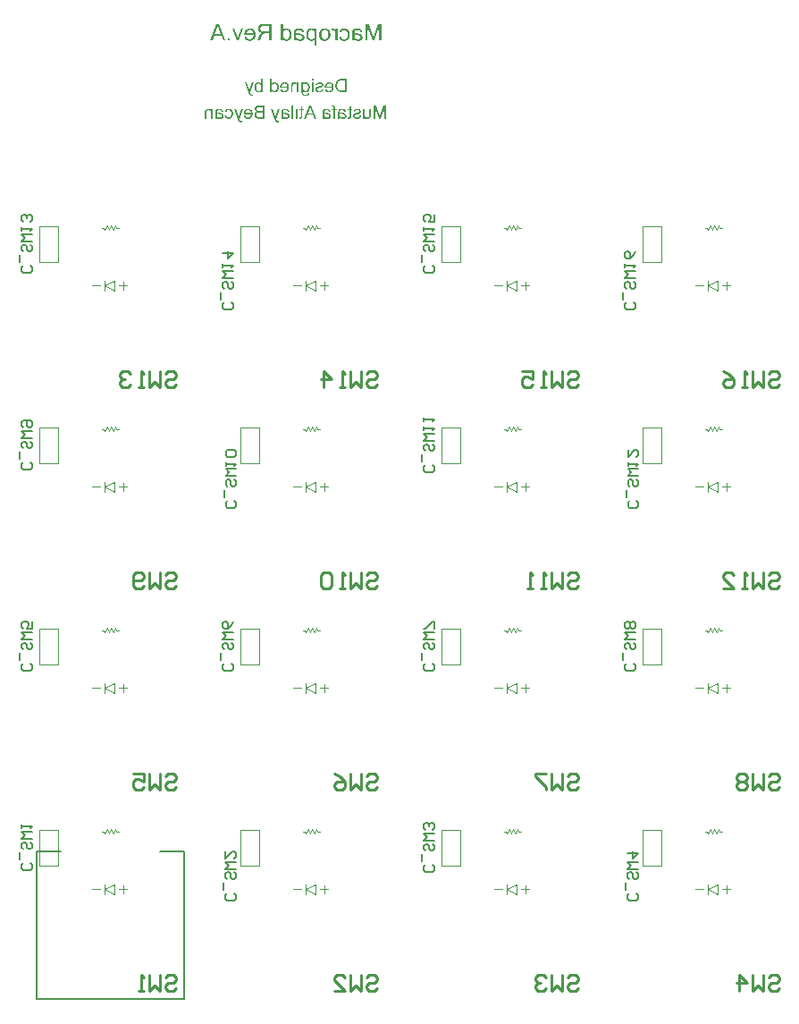
<source format=gbo>
G04*
G04 #@! TF.GenerationSoftware,Altium Limited,Altium Designer,22.5.1 (42)*
G04*
G04 Layer_Color=32896*
%FSLAX25Y25*%
%MOIN*%
G70*
G04*
G04 #@! TF.SameCoordinates,A209DC94-0A87-40FC-B198-68C7A1A1665B*
G04*
G04*
G04 #@! TF.FilePolarity,Positive*
G04*
G01*
G75*
%ADD10C,0.00394*%
%ADD11C,0.00787*%
%ADD12C,0.00591*%
%ADD13C,0.01000*%
G36*
X129860Y371637D02*
X130017Y371631D01*
X130168Y371610D01*
X130304Y371583D01*
X130434Y371555D01*
X130557Y371515D01*
X130673Y371474D01*
X130775Y371426D01*
X130871Y371378D01*
X130967Y371323D01*
X131049Y371269D01*
X131124Y371207D01*
X131254Y371077D01*
X131356Y370954D01*
X131445Y370825D01*
X131513Y370695D01*
X131561Y370579D01*
X131595Y370476D01*
X131616Y370388D01*
X131629Y370319D01*
Y370292D01*
X131636Y370271D01*
Y370265D01*
Y370258D01*
X130837D01*
X130816Y370394D01*
X130782Y370511D01*
X130721Y370613D01*
X130652Y370702D01*
X130564Y370777D01*
X130475Y370838D01*
X130373Y370886D01*
X130277Y370927D01*
X130175Y370961D01*
X130079Y370982D01*
X129983Y371002D01*
X129901Y371009D01*
X129833Y371016D01*
X129785Y371023D01*
X129737D01*
X129560Y371016D01*
X129403Y371002D01*
X129280Y370975D01*
X129170Y370954D01*
X129095Y370927D01*
X129034Y370900D01*
X129007Y370886D01*
X128993Y370879D01*
X128911Y370825D01*
X128849Y370763D01*
X128802Y370702D01*
X128768Y370647D01*
X128740Y370592D01*
X128726Y370551D01*
X128713Y370524D01*
Y370517D01*
X128692Y370422D01*
X128679Y370312D01*
X128672Y370196D01*
X128665Y370087D01*
X128658Y369978D01*
Y369930D01*
Y369896D01*
Y369862D01*
Y369834D01*
Y369821D01*
Y369814D01*
X129048D01*
X129293Y369807D01*
X129526Y369793D01*
X129744Y369773D01*
X129942Y369745D01*
X130133Y369711D01*
X130304Y369670D01*
X130468Y369623D01*
X130618Y369568D01*
X130755Y369507D01*
X130885Y369445D01*
X130994Y369384D01*
X131103Y369315D01*
X131199Y369247D01*
X131281Y369172D01*
X131356Y369097D01*
X131424Y369028D01*
X131486Y368953D01*
X131541Y368878D01*
X131581Y368803D01*
X131622Y368735D01*
X131684Y368605D01*
X131725Y368482D01*
X131745Y368379D01*
X131752Y368339D01*
X131759Y368304D01*
X131766Y368277D01*
Y368257D01*
Y368243D01*
Y368236D01*
X131759Y368134D01*
X131745Y368031D01*
X131725Y367936D01*
X131697Y367847D01*
X131629Y367690D01*
X131547Y367553D01*
X131513Y367498D01*
X131472Y367444D01*
X131438Y367403D01*
X131404Y367369D01*
X131377Y367335D01*
X131356Y367314D01*
X131342Y367307D01*
X131335Y367300D01*
X131254Y367239D01*
X131165Y367184D01*
X131069Y367137D01*
X130980Y367095D01*
X130796Y367034D01*
X130618Y366993D01*
X130536Y366973D01*
X130461Y366966D01*
X130400Y366959D01*
X130338Y366952D01*
X130291Y366945D01*
X130229D01*
X130052Y366952D01*
X129888Y366973D01*
X129724Y367000D01*
X129580Y367034D01*
X129437Y367075D01*
X129307Y367123D01*
X129191Y367171D01*
X129082Y367225D01*
X128986Y367280D01*
X128904Y367328D01*
X128829Y367375D01*
X128768Y367417D01*
X128720Y367451D01*
X128685Y367485D01*
X128665Y367498D01*
X128658Y367505D01*
Y367048D01*
X127859D01*
Y369957D01*
X127866Y370135D01*
X127880Y370306D01*
X127907Y370456D01*
X127934Y370592D01*
X127968Y370715D01*
X128009Y370825D01*
X128057Y370920D01*
X128098Y371009D01*
X128146Y371077D01*
X128194Y371139D01*
X128235Y371194D01*
X128269Y371234D01*
X128296Y371262D01*
X128323Y371289D01*
X128337Y371296D01*
X128344Y371303D01*
X128440Y371364D01*
X128542Y371419D01*
X128651Y371460D01*
X128761Y371501D01*
X128986Y371562D01*
X129198Y371603D01*
X129300Y371617D01*
X129389Y371624D01*
X129478Y371637D01*
X129546D01*
X129608Y371644D01*
X129690D01*
X129860Y371637D01*
D02*
G37*
G36*
X108134D02*
X108291Y371631D01*
X108441Y371610D01*
X108578Y371583D01*
X108708Y371555D01*
X108831Y371515D01*
X108947Y371474D01*
X109049Y371426D01*
X109145Y371378D01*
X109240Y371323D01*
X109323Y371269D01*
X109398Y371207D01*
X109527Y371077D01*
X109630Y370954D01*
X109719Y370825D01*
X109787Y370695D01*
X109835Y370579D01*
X109869Y370476D01*
X109889Y370388D01*
X109903Y370319D01*
Y370292D01*
X109910Y370271D01*
Y370265D01*
Y370258D01*
X109111D01*
X109090Y370394D01*
X109056Y370511D01*
X108995Y370613D01*
X108926Y370702D01*
X108837Y370777D01*
X108749Y370838D01*
X108646Y370886D01*
X108551Y370927D01*
X108448Y370961D01*
X108353Y370982D01*
X108257Y371002D01*
X108175Y371009D01*
X108107Y371016D01*
X108059Y371023D01*
X108011D01*
X107834Y371016D01*
X107676Y371002D01*
X107554Y370975D01*
X107444Y370954D01*
X107369Y370927D01*
X107308Y370900D01*
X107280Y370886D01*
X107267Y370879D01*
X107185Y370825D01*
X107123Y370763D01*
X107075Y370702D01*
X107041Y370647D01*
X107014Y370592D01*
X107000Y370551D01*
X106987Y370524D01*
Y370517D01*
X106966Y370422D01*
X106952Y370312D01*
X106946Y370196D01*
X106939Y370087D01*
X106932Y369978D01*
Y369930D01*
Y369896D01*
Y369862D01*
Y369834D01*
Y369821D01*
Y369814D01*
X107321D01*
X107567Y369807D01*
X107799Y369793D01*
X108018Y369773D01*
X108216Y369745D01*
X108407Y369711D01*
X108578Y369670D01*
X108742Y369623D01*
X108892Y369568D01*
X109029Y369507D01*
X109159Y369445D01*
X109268Y369384D01*
X109377Y369315D01*
X109473Y369247D01*
X109555Y369172D01*
X109630Y369097D01*
X109698Y369028D01*
X109760Y368953D01*
X109814Y368878D01*
X109855Y368803D01*
X109896Y368735D01*
X109958Y368605D01*
X109999Y368482D01*
X110019Y368379D01*
X110026Y368339D01*
X110033Y368304D01*
X110040Y368277D01*
Y368257D01*
Y368243D01*
Y368236D01*
X110033Y368134D01*
X110019Y368031D01*
X109999Y367936D01*
X109971Y367847D01*
X109903Y367690D01*
X109821Y367553D01*
X109787Y367498D01*
X109746Y367444D01*
X109712Y367403D01*
X109678Y367369D01*
X109650Y367335D01*
X109630Y367314D01*
X109616Y367307D01*
X109609Y367300D01*
X109527Y367239D01*
X109439Y367184D01*
X109343Y367137D01*
X109254Y367095D01*
X109070Y367034D01*
X108892Y366993D01*
X108810Y366973D01*
X108735Y366966D01*
X108674Y366959D01*
X108612Y366952D01*
X108564Y366945D01*
X108503D01*
X108325Y366952D01*
X108161Y366973D01*
X107997Y367000D01*
X107854Y367034D01*
X107711Y367075D01*
X107581Y367123D01*
X107465Y367171D01*
X107355Y367225D01*
X107260Y367280D01*
X107178Y367328D01*
X107103Y367375D01*
X107041Y367417D01*
X106993Y367451D01*
X106959Y367485D01*
X106939Y367498D01*
X106932Y367505D01*
Y367048D01*
X106133D01*
Y369957D01*
X106140Y370135D01*
X106153Y370306D01*
X106181Y370456D01*
X106208Y370592D01*
X106242Y370715D01*
X106283Y370825D01*
X106331Y370920D01*
X106372Y371009D01*
X106420Y371077D01*
X106467Y371139D01*
X106509Y371194D01*
X106543Y371234D01*
X106570Y371262D01*
X106597Y371289D01*
X106611Y371296D01*
X106618Y371303D01*
X106713Y371364D01*
X106816Y371419D01*
X106925Y371460D01*
X107034Y371501D01*
X107260Y371562D01*
X107472Y371603D01*
X107574Y371617D01*
X107663Y371624D01*
X107752Y371637D01*
X107820D01*
X107881Y371644D01*
X107963D01*
X108134Y371637D01*
D02*
G37*
G36*
X138644Y367048D02*
X137858D01*
Y372334D01*
X136089Y367048D01*
X135352D01*
X133576Y372334D01*
Y367048D01*
X132797D01*
Y373263D01*
X134033D01*
X135720Y368079D01*
X137407Y373263D01*
X138644D01*
Y367048D01*
D02*
G37*
G36*
X85486D02*
X84769D01*
X83068Y371542D01*
X83935D01*
X85124Y368024D01*
X86319Y371542D01*
X87186D01*
X85486Y367048D01*
D02*
G37*
G36*
X125031Y371637D02*
X125195Y371617D01*
X125353Y371590D01*
X125496Y371549D01*
X125633Y371501D01*
X125762Y371453D01*
X125878Y371392D01*
X125981Y371337D01*
X126076Y371282D01*
X126158Y371228D01*
X126227Y371173D01*
X126281Y371125D01*
X126329Y371084D01*
X126363Y371057D01*
X126384Y371036D01*
X126391Y371030D01*
X126493Y370907D01*
X126582Y370777D01*
X126657Y370640D01*
X126725Y370497D01*
X126780Y370353D01*
X126821Y370210D01*
X126862Y370067D01*
X126889Y369930D01*
X126917Y369800D01*
X126937Y369684D01*
X126944Y369575D01*
X126957Y369479D01*
Y369404D01*
X126964Y369343D01*
Y369308D01*
Y369295D01*
X126957Y369090D01*
X126937Y368899D01*
X126910Y368721D01*
X126876Y368550D01*
X126828Y368393D01*
X126780Y368257D01*
X126732Y368127D01*
X126678Y368011D01*
X126623Y367901D01*
X126575Y367813D01*
X126520Y367738D01*
X126479Y367676D01*
X126445Y367621D01*
X126418Y367587D01*
X126398Y367567D01*
X126391Y367560D01*
X126275Y367451D01*
X126158Y367355D01*
X126035Y367273D01*
X125906Y367205D01*
X125776Y367143D01*
X125646Y367095D01*
X125523Y367055D01*
X125407Y367020D01*
X125291Y367000D01*
X125189Y366979D01*
X125093Y366966D01*
X125011Y366952D01*
X124943D01*
X124895Y366945D01*
X124854D01*
X124717Y366952D01*
X124588Y366959D01*
X124465Y366979D01*
X124348Y367000D01*
X124239Y367034D01*
X124144Y367061D01*
X124048Y367095D01*
X123959Y367130D01*
X123884Y367164D01*
X123816Y367198D01*
X123761Y367232D01*
X123713Y367259D01*
X123672Y367280D01*
X123645Y367300D01*
X123631Y367307D01*
X123625Y367314D01*
X123536Y367389D01*
X123454Y367464D01*
X123385Y367553D01*
X123324Y367635D01*
X123269Y367724D01*
X123222Y367813D01*
X123146Y367990D01*
X123112Y368072D01*
X123092Y368147D01*
X123071Y368209D01*
X123058Y368270D01*
X123051Y368318D01*
X123044Y368359D01*
X123037Y368379D01*
Y368386D01*
X123863D01*
X123877Y368250D01*
X123918Y368127D01*
X123966Y368018D01*
X124021Y367936D01*
X124075Y367867D01*
X124116Y367819D01*
X124150Y367785D01*
X124164Y367778D01*
X124273Y367710D01*
X124389Y367656D01*
X124505Y367621D01*
X124615Y367594D01*
X124710Y367580D01*
X124786Y367574D01*
X124813Y367567D01*
X124854D01*
X124956Y367574D01*
X125059Y367587D01*
X125154Y367608D01*
X125243Y367635D01*
X125400Y367703D01*
X125530Y367785D01*
X125592Y367819D01*
X125639Y367861D01*
X125680Y367895D01*
X125721Y367929D01*
X125749Y367956D01*
X125769Y367977D01*
X125776Y367990D01*
X125783Y367997D01*
X125844Y368086D01*
X125899Y368181D01*
X125947Y368277D01*
X125988Y368386D01*
X126049Y368598D01*
X126090Y368810D01*
X126111Y368905D01*
X126117Y369001D01*
X126124Y369083D01*
X126131Y369151D01*
X126138Y369213D01*
Y369254D01*
Y369288D01*
Y369295D01*
X126131Y369452D01*
X126124Y369595D01*
X126104Y369732D01*
X126083Y369862D01*
X126056Y369978D01*
X126029Y370080D01*
X125995Y370176D01*
X125960Y370265D01*
X125926Y370340D01*
X125892Y370401D01*
X125865Y370463D01*
X125837Y370504D01*
X125817Y370538D01*
X125796Y370565D01*
X125790Y370579D01*
X125783Y370586D01*
X125715Y370661D01*
X125639Y370729D01*
X125564Y370791D01*
X125489Y370838D01*
X125407Y370879D01*
X125332Y370914D01*
X125182Y370968D01*
X125052Y371002D01*
X124997Y371009D01*
X124950Y371016D01*
X124908Y371023D01*
X124854D01*
X124710Y371016D01*
X124574Y370989D01*
X124458Y370954D01*
X124355Y370920D01*
X124273Y370879D01*
X124212Y370845D01*
X124178Y370818D01*
X124164Y370811D01*
X124068Y370722D01*
X123993Y370627D01*
X123945Y370524D01*
X123905Y370422D01*
X123884Y370333D01*
X123870Y370265D01*
X123863Y370237D01*
Y370217D01*
Y370203D01*
Y370196D01*
X123037D01*
X123058Y370326D01*
X123085Y370442D01*
X123126Y370558D01*
X123167Y370661D01*
X123215Y370756D01*
X123263Y370845D01*
X123310Y370927D01*
X123365Y370995D01*
X123413Y371057D01*
X123461Y371118D01*
X123508Y371159D01*
X123542Y371200D01*
X123577Y371228D01*
X123604Y371255D01*
X123618Y371262D01*
X123625Y371269D01*
X123720Y371337D01*
X123816Y371392D01*
X123918Y371446D01*
X124021Y371487D01*
X124232Y371555D01*
X124424Y371597D01*
X124512Y371610D01*
X124594Y371624D01*
X124670Y371631D01*
X124731Y371637D01*
X124786Y371644D01*
X124854D01*
X125031Y371637D01*
D02*
G37*
G36*
X89884D02*
X90048Y371617D01*
X90205Y371590D01*
X90349Y371549D01*
X90485Y371501D01*
X90608Y371446D01*
X90724Y371392D01*
X90834Y371330D01*
X90922Y371269D01*
X91004Y371214D01*
X91079Y371159D01*
X91134Y371111D01*
X91182Y371077D01*
X91216Y371043D01*
X91237Y371023D01*
X91243Y371016D01*
X91346Y370893D01*
X91435Y370763D01*
X91510Y370627D01*
X91578Y370483D01*
X91633Y370340D01*
X91681Y370196D01*
X91722Y370060D01*
X91749Y369923D01*
X91776Y369793D01*
X91790Y369677D01*
X91803Y369568D01*
X91817Y369479D01*
Y369397D01*
X91824Y369343D01*
Y369308D01*
Y369295D01*
X91817Y369090D01*
X91797Y368899D01*
X91769Y368721D01*
X91728Y368557D01*
X91687Y368400D01*
X91633Y368257D01*
X91578Y368127D01*
X91523Y368011D01*
X91469Y367908D01*
X91414Y367813D01*
X91360Y367738D01*
X91319Y367676D01*
X91278Y367628D01*
X91250Y367587D01*
X91230Y367567D01*
X91223Y367560D01*
X91107Y367451D01*
X90977Y367355D01*
X90847Y367273D01*
X90718Y367205D01*
X90581Y367143D01*
X90451Y367095D01*
X90321Y367055D01*
X90198Y367020D01*
X90075Y367000D01*
X89973Y366979D01*
X89871Y366966D01*
X89789Y366952D01*
X89720D01*
X89666Y366945D01*
X89625D01*
X89481Y366952D01*
X89345Y366959D01*
X89215Y366979D01*
X89092Y367007D01*
X88983Y367034D01*
X88873Y367061D01*
X88771Y367095D01*
X88682Y367137D01*
X88600Y367171D01*
X88532Y367205D01*
X88471Y367232D01*
X88416Y367259D01*
X88375Y367287D01*
X88348Y367307D01*
X88327Y367314D01*
X88320Y367321D01*
X88225Y367396D01*
X88136Y367478D01*
X88061Y367560D01*
X87992Y367649D01*
X87931Y367738D01*
X87883Y367826D01*
X87835Y367908D01*
X87801Y367997D01*
X87767Y368072D01*
X87747Y368147D01*
X87726Y368216D01*
X87705Y368270D01*
X87699Y368318D01*
X87692Y368359D01*
X87685Y368379D01*
Y368386D01*
X88512D01*
X88518Y368318D01*
X88532Y368250D01*
X88580Y368127D01*
X88634Y368024D01*
X88703Y367936D01*
X88764Y367867D01*
X88819Y367819D01*
X88860Y367792D01*
X88867Y367778D01*
X88873D01*
X89003Y367710D01*
X89133Y367656D01*
X89256Y367621D01*
X89372Y367594D01*
X89474Y367580D01*
X89516Y367574D01*
X89556D01*
X89584Y367567D01*
X89625D01*
X89727Y367574D01*
X89823Y367580D01*
X90007Y367628D01*
X90164Y367683D01*
X90301Y367758D01*
X90356Y367792D01*
X90410Y367826D01*
X90458Y367854D01*
X90492Y367881D01*
X90519Y367908D01*
X90540Y367929D01*
X90554Y367936D01*
X90561Y367942D01*
X90629Y368018D01*
X90690Y368099D01*
X90745Y368188D01*
X90786Y368284D01*
X90868Y368475D01*
X90916Y368666D01*
X90936Y368755D01*
X90957Y368837D01*
X90970Y368912D01*
X90977Y368974D01*
X90984Y369028D01*
X90991Y369069D01*
Y369097D01*
Y369104D01*
X87603D01*
Y369295D01*
X87610Y369500D01*
X87630Y369691D01*
X87658Y369868D01*
X87692Y370039D01*
X87733Y370196D01*
X87787Y370333D01*
X87835Y370463D01*
X87890Y370586D01*
X87945Y370688D01*
X87992Y370777D01*
X88040Y370852D01*
X88088Y370914D01*
X88122Y370968D01*
X88149Y371002D01*
X88170Y371023D01*
X88177Y371030D01*
X88286Y371139D01*
X88409Y371234D01*
X88532Y371316D01*
X88662Y371385D01*
X88785Y371446D01*
X88914Y371494D01*
X89037Y371535D01*
X89160Y371569D01*
X89276Y371590D01*
X89379Y371610D01*
X89474Y371624D01*
X89556Y371637D01*
X89618D01*
X89673Y371644D01*
X89714D01*
X89884Y371637D01*
D02*
G37*
G36*
X120483D02*
X120599Y371610D01*
X120715Y371576D01*
X120824Y371528D01*
X120927Y371474D01*
X121022Y371412D01*
X121118Y371351D01*
X121200Y371282D01*
X121275Y371214D01*
X121336Y371152D01*
X121398Y371091D01*
X121446Y371036D01*
X121480Y370989D01*
X121514Y370954D01*
X121528Y370927D01*
X121535Y370920D01*
Y371542D01*
X122334D01*
Y367048D01*
X121535D01*
Y370224D01*
X121452Y370340D01*
X121364Y370435D01*
X121275Y370524D01*
X121186Y370592D01*
X121097Y370654D01*
X121009Y370709D01*
X120927Y370749D01*
X120845Y370784D01*
X120770Y370811D01*
X120701Y370831D01*
X120640Y370845D01*
X120585Y370859D01*
X120544D01*
X120510Y370866D01*
X120373D01*
X120271Y370859D01*
X120189Y370852D01*
X120121Y370845D01*
X120066Y370831D01*
X120032Y370825D01*
X120005Y370818D01*
X119998D01*
Y371610D01*
X120134Y371631D01*
X120196Y371637D01*
X120250D01*
X120298Y371644D01*
X120360D01*
X120483Y371637D01*
D02*
G37*
G36*
X97711Y367048D02*
X96885D01*
Y369705D01*
X95362D01*
X95191Y369691D01*
X95034Y369664D01*
X94891Y369616D01*
X94768Y369568D01*
X94665Y369513D01*
X94624Y369493D01*
X94590Y369465D01*
X94563Y369452D01*
X94542Y369438D01*
X94535Y369425D01*
X94529D01*
X94399Y369315D01*
X94290Y369192D01*
X94201Y369069D01*
X94126Y368960D01*
X94071Y368858D01*
X94051Y368810D01*
X94030Y368776D01*
X94016Y368741D01*
X94010Y368721D01*
X94003Y368707D01*
Y368701D01*
X93415Y367048D01*
X92528D01*
X93149Y368735D01*
X93217Y368899D01*
X93292Y369049D01*
X93368Y369179D01*
X93449Y369295D01*
X93532Y369404D01*
X93613Y369493D01*
X93695Y369575D01*
X93771Y369643D01*
X93846Y369698D01*
X93914Y369745D01*
X93976Y369787D01*
X94030Y369814D01*
X94078Y369834D01*
X94112Y369848D01*
X94133Y369862D01*
X94139D01*
Y369875D01*
X94023Y369903D01*
X93907Y369937D01*
X93805Y369978D01*
X93702Y370019D01*
X93613Y370067D01*
X93532Y370114D01*
X93456Y370162D01*
X93381Y370210D01*
X93320Y370258D01*
X93265Y370299D01*
X93224Y370340D01*
X93183Y370374D01*
X93156Y370401D01*
X93135Y370422D01*
X93122Y370435D01*
X93115Y370442D01*
X93047Y370524D01*
X92992Y370613D01*
X92937Y370702D01*
X92896Y370791D01*
X92828Y370975D01*
X92787Y371146D01*
X92773Y371221D01*
X92760Y371296D01*
X92753Y371357D01*
X92746Y371412D01*
X92739Y371460D01*
Y371494D01*
Y371515D01*
Y371521D01*
Y371624D01*
X92753Y371726D01*
X92787Y371918D01*
X92835Y372088D01*
X92883Y372238D01*
X92910Y372300D01*
X92937Y372361D01*
X92965Y372409D01*
X92985Y372450D01*
X93006Y372484D01*
X93019Y372512D01*
X93026Y372525D01*
X93033Y372532D01*
X93088Y372614D01*
X93149Y372689D01*
X93211Y372751D01*
X93272Y372812D01*
X93395Y372915D01*
X93511Y372997D01*
X93620Y373051D01*
X93661Y373072D01*
X93702Y373092D01*
X93736Y373106D01*
X93757Y373113D01*
X93771Y373120D01*
X93777D01*
X93962Y373167D01*
X94153Y373201D01*
X94351Y373229D01*
X94542Y373242D01*
X94624Y373249D01*
X94706Y373256D01*
X94775D01*
X94836Y373263D01*
X97711D01*
Y367048D01*
D02*
G37*
G36*
X82180D02*
X81313D01*
Y367915D01*
X82180D01*
Y367048D01*
D02*
G37*
G36*
X80548D02*
X79680D01*
X78997Y368940D01*
X76388D01*
X75671Y367048D01*
X74742D01*
X77276Y373263D01*
X78164D01*
X80548Y367048D01*
D02*
G37*
G36*
X117792Y371637D02*
X117956Y371617D01*
X118113Y371590D01*
X118256Y371549D01*
X118393Y371501D01*
X118523Y371453D01*
X118639Y371392D01*
X118741Y371337D01*
X118837Y371282D01*
X118919Y371228D01*
X118987Y371173D01*
X119042Y371125D01*
X119089Y371084D01*
X119123Y371057D01*
X119144Y371036D01*
X119151Y371030D01*
X119253Y370907D01*
X119342Y370777D01*
X119417Y370640D01*
X119485Y370497D01*
X119540Y370353D01*
X119581Y370210D01*
X119622Y370067D01*
X119649Y369930D01*
X119677Y369800D01*
X119697Y369684D01*
X119704Y369575D01*
X119718Y369479D01*
Y369404D01*
X119725Y369343D01*
Y369308D01*
Y369295D01*
X119718Y369090D01*
X119697Y368899D01*
X119670Y368721D01*
X119636Y368550D01*
X119588Y368393D01*
X119540Y368257D01*
X119492Y368127D01*
X119438Y368011D01*
X119383Y367901D01*
X119335Y367813D01*
X119281Y367738D01*
X119240Y367676D01*
X119205Y367621D01*
X119178Y367587D01*
X119158Y367567D01*
X119151Y367560D01*
X119035Y367451D01*
X118919Y367355D01*
X118796Y367273D01*
X118666Y367205D01*
X118536Y367143D01*
X118406Y367095D01*
X118283Y367055D01*
X118167Y367020D01*
X118051Y367000D01*
X117949Y366979D01*
X117853Y366966D01*
X117771Y366952D01*
X117703D01*
X117655Y366945D01*
X117614D01*
X117437Y366952D01*
X117273Y366973D01*
X117115Y367000D01*
X116965Y367041D01*
X116829Y367089D01*
X116706Y367143D01*
X116590Y367198D01*
X116487Y367253D01*
X116392Y367307D01*
X116309Y367369D01*
X116241Y367417D01*
X116180Y367464D01*
X116139Y367505D01*
X116105Y367533D01*
X116084Y367553D01*
X116077Y367560D01*
X115975Y367683D01*
X115886Y367813D01*
X115811Y367949D01*
X115743Y368093D01*
X115688Y368236D01*
X115640Y368379D01*
X115606Y368523D01*
X115572Y368660D01*
X115551Y368789D01*
X115531Y368905D01*
X115524Y369015D01*
X115510Y369110D01*
Y369185D01*
X115504Y369247D01*
Y369281D01*
Y369295D01*
X115510Y369500D01*
X115531Y369691D01*
X115558Y369868D01*
X115592Y370039D01*
X115633Y370196D01*
X115688Y370333D01*
X115736Y370463D01*
X115790Y370586D01*
X115845Y370688D01*
X115893Y370777D01*
X115941Y370852D01*
X115989Y370914D01*
X116023Y370968D01*
X116050Y371002D01*
X116070Y371023D01*
X116077Y371030D01*
X116187Y371139D01*
X116309Y371234D01*
X116432Y371316D01*
X116562Y371385D01*
X116685Y371446D01*
X116815Y371494D01*
X116938Y371535D01*
X117061Y371569D01*
X117177Y371590D01*
X117279Y371610D01*
X117375Y371624D01*
X117457Y371637D01*
X117518D01*
X117573Y371644D01*
X117614D01*
X117792Y371637D01*
D02*
G37*
G36*
X102103Y371200D02*
X102199Y371275D01*
X102301Y371344D01*
X102404Y371405D01*
X102506Y371460D01*
X102615Y371501D01*
X102718Y371535D01*
X102909Y371590D01*
X102998Y371610D01*
X103080Y371624D01*
X103155Y371631D01*
X103216Y371637D01*
X103271Y371644D01*
X103339D01*
X103490Y371637D01*
X103633Y371617D01*
X103770Y371583D01*
X103893Y371542D01*
X104016Y371494D01*
X104125Y371439D01*
X104227Y371385D01*
X104323Y371323D01*
X104405Y371262D01*
X104480Y371207D01*
X104548Y371152D01*
X104603Y371105D01*
X104644Y371064D01*
X104671Y371030D01*
X104692Y371009D01*
X104699Y371002D01*
X104794Y370879D01*
X104876Y370743D01*
X104951Y370606D01*
X105013Y370463D01*
X105061Y370312D01*
X105108Y370169D01*
X105142Y370026D01*
X105170Y369889D01*
X105190Y369759D01*
X105211Y369643D01*
X105225Y369534D01*
X105231Y369445D01*
Y369370D01*
X105238Y369308D01*
Y369274D01*
Y369261D01*
X105231Y369069D01*
X105218Y368885D01*
X105190Y368707D01*
X105163Y368544D01*
X105129Y368393D01*
X105088Y368257D01*
X105040Y368127D01*
X104992Y368018D01*
X104951Y367915D01*
X104903Y367819D01*
X104862Y367744D01*
X104828Y367683D01*
X104801Y367635D01*
X104774Y367594D01*
X104760Y367574D01*
X104753Y367567D01*
X104658Y367458D01*
X104555Y367362D01*
X104446Y367280D01*
X104337Y367205D01*
X104220Y367150D01*
X104104Y367095D01*
X103995Y367055D01*
X103886Y367020D01*
X103783Y367000D01*
X103694Y366979D01*
X103606Y366966D01*
X103531Y366952D01*
X103469D01*
X103428Y366945D01*
X103387D01*
X103251Y366952D01*
X103114Y366973D01*
X102991Y367007D01*
X102868Y367048D01*
X102759Y367095D01*
X102649Y367143D01*
X102554Y367205D01*
X102465Y367266D01*
X102383Y367321D01*
X102308Y367382D01*
X102247Y367430D01*
X102199Y367485D01*
X102158Y367519D01*
X102130Y367553D01*
X102110Y367574D01*
X102103Y367580D01*
Y367048D01*
X101304D01*
Y373263D01*
X102103D01*
Y371200D01*
D02*
G37*
G36*
X112662Y371637D02*
X112799Y371617D01*
X112922Y371583D01*
X113045Y371549D01*
X113154Y371494D01*
X113263Y371446D01*
X113359Y371385D01*
X113448Y371330D01*
X113530Y371269D01*
X113598Y371207D01*
X113666Y371159D01*
X113714Y371111D01*
X113755Y371071D01*
X113782Y371036D01*
X113803Y371016D01*
X113810Y371009D01*
Y371542D01*
X114609D01*
Y365320D01*
X113810D01*
Y367389D01*
X113714Y367314D01*
X113612Y367246D01*
X113509Y367184D01*
X113407Y367130D01*
X113297Y367089D01*
X113195Y367055D01*
X113004Y367000D01*
X112915Y366979D01*
X112833Y366966D01*
X112765Y366959D01*
X112703Y366952D01*
X112649Y366945D01*
X112580D01*
X112430Y366952D01*
X112287Y366973D01*
X112150Y367007D01*
X112020Y367048D01*
X111897Y367095D01*
X111788Y367143D01*
X111679Y367205D01*
X111590Y367266D01*
X111501Y367321D01*
X111426Y367382D01*
X111365Y367430D01*
X111310Y367485D01*
X111269Y367519D01*
X111242Y367553D01*
X111221Y367574D01*
X111214Y367580D01*
X111119Y367703D01*
X111037Y367840D01*
X110962Y367983D01*
X110900Y368127D01*
X110852Y368270D01*
X110805Y368414D01*
X110770Y368557D01*
X110743Y368694D01*
X110723Y368824D01*
X110702Y368946D01*
X110688Y369056D01*
X110682Y369145D01*
X110675Y369220D01*
Y369281D01*
Y369315D01*
Y369329D01*
X110682Y369527D01*
X110695Y369705D01*
X110723Y369882D01*
X110750Y370039D01*
X110784Y370189D01*
X110825Y370333D01*
X110873Y370456D01*
X110914Y370572D01*
X110962Y370674D01*
X111010Y370763D01*
X111050Y370838D01*
X111085Y370900D01*
X111112Y370954D01*
X111139Y370989D01*
X111153Y371009D01*
X111160Y371016D01*
X111255Y371125D01*
X111358Y371221D01*
X111460Y371310D01*
X111576Y371378D01*
X111686Y371439D01*
X111802Y371494D01*
X111911Y371535D01*
X112020Y371569D01*
X112123Y371590D01*
X112218Y371610D01*
X112307Y371624D01*
X112382Y371637D01*
X112444D01*
X112485Y371644D01*
X112526D01*
X112662Y371637D01*
D02*
G37*
G36*
X113379Y352126D02*
X112740D01*
Y352819D01*
X113379D01*
Y352126D01*
D02*
G37*
G36*
X110627Y351520D02*
X110741Y351504D01*
X110851Y351476D01*
X110949Y351444D01*
X111047Y351405D01*
X111135Y351362D01*
X111216Y351318D01*
X111293Y351269D01*
X111358Y351220D01*
X111418Y351176D01*
X111473Y351132D01*
X111517Y351094D01*
X111550Y351061D01*
X111571Y351034D01*
X111588Y351018D01*
X111593Y351012D01*
X111670Y350914D01*
X111735Y350805D01*
X111795Y350696D01*
X111844Y350581D01*
X111883Y350461D01*
X111921Y350346D01*
X111948Y350232D01*
X111970Y350122D01*
X111986Y350019D01*
X112003Y349926D01*
X112014Y349838D01*
X112019Y349767D01*
Y349707D01*
X112025Y349658D01*
Y349631D01*
Y349620D01*
X112019Y349467D01*
X112008Y349320D01*
X111986Y349178D01*
X111964Y349047D01*
X111937Y348926D01*
X111905Y348817D01*
X111866Y348714D01*
X111828Y348626D01*
X111795Y348544D01*
X111757Y348468D01*
X111724Y348408D01*
X111697Y348359D01*
X111675Y348321D01*
X111653Y348288D01*
X111642Y348271D01*
X111637Y348266D01*
X111560Y348179D01*
X111479Y348102D01*
X111391Y348037D01*
X111304Y347976D01*
X111211Y347933D01*
X111118Y347889D01*
X111031Y347856D01*
X110943Y347829D01*
X110862Y347813D01*
X110791Y347796D01*
X110720Y347785D01*
X110660Y347775D01*
X110610D01*
X110578Y347769D01*
X110545D01*
X110436Y347775D01*
X110327Y347791D01*
X110228Y347818D01*
X110130Y347851D01*
X110043Y347889D01*
X109955Y347927D01*
X109879Y347976D01*
X109808Y348026D01*
X109742Y348069D01*
X109682Y348118D01*
X109633Y348157D01*
X109595Y348200D01*
X109562Y348228D01*
X109540Y348255D01*
X109524Y348271D01*
X109519Y348277D01*
Y348097D01*
Y347971D01*
X109529Y347851D01*
X109540Y347747D01*
X109557Y347649D01*
X109573Y347562D01*
X109595Y347485D01*
X109617Y347414D01*
X109639Y347354D01*
X109666Y347299D01*
X109688Y347256D01*
X109710Y347217D01*
X109726Y347190D01*
X109742Y347168D01*
X109753Y347152D01*
X109759Y347147D01*
X109764Y347141D01*
X109813Y347097D01*
X109862Y347059D01*
X109972Y346999D01*
X110086Y346955D01*
X110196Y346928D01*
X110299Y346906D01*
X110343Y346901D01*
X110376D01*
X110408Y346895D01*
X110452D01*
X110594Y346901D01*
X110714Y346923D01*
X110823Y346950D01*
X110911Y346988D01*
X110993Y347032D01*
X111053Y347081D01*
X111107Y347136D01*
X111151Y347190D01*
X111184Y347245D01*
X111206Y347299D01*
X111227Y347349D01*
X111238Y347392D01*
X111244Y347430D01*
X111249Y347458D01*
Y347480D01*
Y347485D01*
X111910D01*
X111905Y347392D01*
X111894Y347305D01*
X111872Y347223D01*
X111850Y347147D01*
X111817Y347076D01*
X111784Y347010D01*
X111752Y346950D01*
X111713Y346901D01*
X111675Y346852D01*
X111642Y346808D01*
X111610Y346770D01*
X111577Y346743D01*
X111555Y346721D01*
X111533Y346704D01*
X111522Y346693D01*
X111517Y346688D01*
X111440Y346639D01*
X111358Y346590D01*
X111271Y346551D01*
X111184Y346519D01*
X111004Y346464D01*
X110834Y346431D01*
X110752Y346420D01*
X110681Y346410D01*
X110616Y346404D01*
X110556Y346398D01*
X110512Y346393D01*
X110447D01*
X110305Y346398D01*
X110168Y346415D01*
X110048Y346437D01*
X109928Y346469D01*
X109819Y346508D01*
X109721Y346551D01*
X109628Y346606D01*
X109540Y346666D01*
X109464Y346726D01*
X109387Y346797D01*
X109322Y346868D01*
X109262Y346939D01*
X109207Y347016D01*
X109158Y347097D01*
X109076Y347261D01*
X109011Y347420D01*
X108961Y347578D01*
X108929Y347725D01*
X108902Y347856D01*
X108896Y347911D01*
X108891Y347966D01*
X108885Y348009D01*
Y348047D01*
X108880Y348080D01*
Y348102D01*
Y348118D01*
Y348124D01*
Y351444D01*
X109519D01*
Y351171D01*
X109595Y351231D01*
X109677Y351285D01*
X109759Y351334D01*
X109841Y351378D01*
X109928Y351411D01*
X110010Y351438D01*
X110163Y351482D01*
X110234Y351498D01*
X110299Y351509D01*
X110359Y351515D01*
X110408Y351520D01*
X110452Y351525D01*
X110507D01*
X110627Y351520D01*
D02*
G37*
G36*
X94509Y347851D02*
X93870D01*
Y348124D01*
X93794Y348064D01*
X93712Y348009D01*
X93630Y347960D01*
X93548Y347916D01*
X93461Y347884D01*
X93379Y347856D01*
X93226Y347813D01*
X93155Y347796D01*
X93089Y347785D01*
X93035Y347780D01*
X92986Y347775D01*
X92942Y347769D01*
X92887D01*
X92767Y347775D01*
X92652Y347791D01*
X92543Y347818D01*
X92440Y347851D01*
X92341Y347889D01*
X92254Y347927D01*
X92167Y347976D01*
X92096Y348026D01*
X92025Y348069D01*
X91965Y348118D01*
X91915Y348157D01*
X91872Y348200D01*
X91839Y348228D01*
X91817Y348255D01*
X91801Y348271D01*
X91795Y348277D01*
X91719Y348375D01*
X91653Y348484D01*
X91593Y348599D01*
X91544Y348714D01*
X91506Y348828D01*
X91468Y348943D01*
X91440Y349058D01*
X91419Y349167D01*
X91402Y349271D01*
X91386Y349369D01*
X91375Y349456D01*
X91369Y349527D01*
X91364Y349587D01*
Y349636D01*
Y349664D01*
Y349675D01*
X91369Y349833D01*
X91380Y349975D01*
X91402Y350117D01*
X91424Y350242D01*
X91451Y350362D01*
X91484Y350477D01*
X91522Y350575D01*
X91555Y350668D01*
X91593Y350750D01*
X91632Y350821D01*
X91664Y350881D01*
X91692Y350930D01*
X91713Y350974D01*
X91735Y351001D01*
X91746Y351018D01*
X91752Y351023D01*
X91828Y351111D01*
X91910Y351187D01*
X91992Y351258D01*
X92085Y351313D01*
X92172Y351362D01*
X92265Y351405D01*
X92352Y351438D01*
X92440Y351465D01*
X92522Y351482D01*
X92598Y351498D01*
X92669Y351509D01*
X92729Y351520D01*
X92778D01*
X92811Y351525D01*
X92844D01*
X92953Y351520D01*
X93062Y351504D01*
X93160Y351476D01*
X93259Y351449D01*
X93346Y351405D01*
X93433Y351367D01*
X93510Y351318D01*
X93581Y351274D01*
X93646Y351225D01*
X93701Y351176D01*
X93755Y351138D01*
X93794Y351100D01*
X93826Y351067D01*
X93848Y351040D01*
X93865Y351023D01*
X93870Y351018D01*
Y352819D01*
X94509D01*
Y347851D01*
D02*
G37*
G36*
X89671D02*
X89731Y347698D01*
X89792Y347567D01*
X89851Y347447D01*
X89917Y347349D01*
X89983Y347267D01*
X90048Y347196D01*
X90114Y347136D01*
X90174Y347092D01*
X90228Y347054D01*
X90283Y347026D01*
X90327Y347010D01*
X90370Y346999D01*
X90403Y346988D01*
X90425Y346983D01*
X90447D01*
X90561Y346988D01*
X90610Y346999D01*
X90654Y347010D01*
X90698Y347016D01*
X90725Y347026D01*
X90747Y347032D01*
X90752D01*
Y346442D01*
X90687Y346426D01*
X90616Y346415D01*
X90545Y346404D01*
X90479Y346398D01*
X90425D01*
X90376Y346393D01*
X90338D01*
X90223Y346404D01*
X90119Y346426D01*
X90026Y346453D01*
X89944Y346491D01*
X89884Y346530D01*
X89835Y346557D01*
X89808Y346579D01*
X89797Y346590D01*
X89715Y346666D01*
X89644Y346743D01*
X89584Y346824D01*
X89535Y346895D01*
X89491Y346961D01*
X89464Y347016D01*
X89442Y347048D01*
X89437Y347054D01*
Y347059D01*
X89409Y347114D01*
X89382Y347174D01*
X89322Y347299D01*
X89267Y347430D01*
X89213Y347562D01*
X89169Y347676D01*
X89147Y347725D01*
X89131Y347769D01*
X89114Y347802D01*
X89109Y347829D01*
X89098Y347845D01*
Y347851D01*
X87739Y351444D01*
X88432D01*
X89382Y348632D01*
X90338Y351444D01*
X91031D01*
X89671Y347851D01*
D02*
G37*
G36*
X119390Y351520D02*
X119521Y351504D01*
X119647Y351482D01*
X119761Y351449D01*
X119871Y351411D01*
X119969Y351367D01*
X120062Y351324D01*
X120149Y351274D01*
X120220Y351225D01*
X120286Y351182D01*
X120346Y351138D01*
X120389Y351100D01*
X120428Y351072D01*
X120455Y351045D01*
X120471Y351029D01*
X120477Y351023D01*
X120559Y350925D01*
X120630Y350821D01*
X120690Y350712D01*
X120744Y350597D01*
X120788Y350483D01*
X120826Y350368D01*
X120859Y350259D01*
X120881Y350150D01*
X120903Y350046D01*
X120914Y349953D01*
X120924Y349866D01*
X120935Y349795D01*
Y349729D01*
X120941Y349686D01*
Y349658D01*
Y349647D01*
X120935Y349483D01*
X120919Y349331D01*
X120897Y349189D01*
X120864Y349058D01*
X120832Y348932D01*
X120788Y348817D01*
X120744Y348714D01*
X120701Y348621D01*
X120657Y348539D01*
X120613Y348462D01*
X120570Y348402D01*
X120537Y348353D01*
X120504Y348315D01*
X120482Y348282D01*
X120466Y348266D01*
X120460Y348260D01*
X120368Y348173D01*
X120264Y348097D01*
X120160Y348031D01*
X120056Y347976D01*
X119947Y347927D01*
X119843Y347889D01*
X119740Y347856D01*
X119641Y347829D01*
X119543Y347813D01*
X119461Y347796D01*
X119379Y347785D01*
X119314Y347775D01*
X119259D01*
X119215Y347769D01*
X119183D01*
X119068Y347775D01*
X118959Y347780D01*
X118855Y347796D01*
X118757Y347818D01*
X118669Y347840D01*
X118582Y347862D01*
X118500Y347889D01*
X118429Y347922D01*
X118364Y347949D01*
X118309Y347976D01*
X118260Y347998D01*
X118216Y348020D01*
X118184Y348042D01*
X118162Y348058D01*
X118145Y348064D01*
X118140Y348069D01*
X118063Y348129D01*
X117992Y348195D01*
X117932Y348260D01*
X117878Y348331D01*
X117829Y348402D01*
X117790Y348473D01*
X117752Y348539D01*
X117725Y348610D01*
X117698Y348670D01*
X117681Y348730D01*
X117665Y348785D01*
X117648Y348828D01*
X117643Y348867D01*
X117638Y348899D01*
X117632Y348916D01*
Y348921D01*
X118293D01*
X118298Y348867D01*
X118309Y348812D01*
X118347Y348714D01*
X118391Y348632D01*
X118446Y348561D01*
X118495Y348506D01*
X118538Y348468D01*
X118571Y348446D01*
X118577Y348435D01*
X118582D01*
X118686Y348380D01*
X118790Y348337D01*
X118888Y348309D01*
X118981Y348288D01*
X119062Y348277D01*
X119095Y348271D01*
X119128D01*
X119150Y348266D01*
X119183D01*
X119265Y348271D01*
X119341Y348277D01*
X119488Y348315D01*
X119614Y348359D01*
X119723Y348419D01*
X119767Y348446D01*
X119811Y348473D01*
X119849Y348495D01*
X119876Y348517D01*
X119898Y348539D01*
X119914Y348555D01*
X119925Y348561D01*
X119931Y348566D01*
X119985Y348626D01*
X120034Y348692D01*
X120078Y348763D01*
X120111Y348839D01*
X120176Y348992D01*
X120215Y349145D01*
X120231Y349216D01*
X120247Y349281D01*
X120258Y349342D01*
X120264Y349391D01*
X120269Y349434D01*
X120275Y349467D01*
Y349489D01*
Y349494D01*
X117567D01*
Y349647D01*
X117572Y349811D01*
X117588Y349964D01*
X117610Y350106D01*
X117638Y350242D01*
X117670Y350368D01*
X117714Y350477D01*
X117752Y350581D01*
X117796Y350679D01*
X117840Y350761D01*
X117878Y350832D01*
X117916Y350892D01*
X117954Y350941D01*
X117982Y350985D01*
X118003Y351012D01*
X118020Y351029D01*
X118025Y351034D01*
X118113Y351121D01*
X118211Y351198D01*
X118309Y351263D01*
X118413Y351318D01*
X118511Y351367D01*
X118615Y351405D01*
X118713Y351438D01*
X118811Y351465D01*
X118904Y351482D01*
X118986Y351498D01*
X119062Y351509D01*
X119128Y351520D01*
X119177D01*
X119221Y351525D01*
X119254D01*
X119390Y351520D01*
D02*
G37*
G36*
X102753D02*
X102885Y351504D01*
X103010Y351482D01*
X103125Y351449D01*
X103234Y351411D01*
X103332Y351367D01*
X103425Y351324D01*
X103513Y351274D01*
X103583Y351225D01*
X103649Y351182D01*
X103709Y351138D01*
X103753Y351100D01*
X103791Y351072D01*
X103818Y351045D01*
X103835Y351029D01*
X103840Y351023D01*
X103922Y350925D01*
X103993Y350821D01*
X104053Y350712D01*
X104108Y350597D01*
X104151Y350483D01*
X104190Y350368D01*
X104222Y350259D01*
X104244Y350150D01*
X104266Y350046D01*
X104277Y349953D01*
X104288Y349866D01*
X104299Y349795D01*
Y349729D01*
X104304Y349686D01*
Y349658D01*
Y349647D01*
X104299Y349483D01*
X104282Y349331D01*
X104261Y349189D01*
X104228Y349058D01*
X104195Y348932D01*
X104151Y348817D01*
X104108Y348714D01*
X104064Y348621D01*
X104020Y348539D01*
X103977Y348462D01*
X103933Y348402D01*
X103900Y348353D01*
X103867Y348315D01*
X103846Y348282D01*
X103829Y348266D01*
X103824Y348260D01*
X103731Y348173D01*
X103627Y348097D01*
X103523Y348031D01*
X103420Y347976D01*
X103310Y347927D01*
X103207Y347889D01*
X103103Y347856D01*
X103005Y347829D01*
X102906Y347813D01*
X102824Y347796D01*
X102743Y347785D01*
X102677Y347775D01*
X102622D01*
X102579Y347769D01*
X102546D01*
X102431Y347775D01*
X102322Y347780D01*
X102218Y347796D01*
X102120Y347818D01*
X102033Y347840D01*
X101945Y347862D01*
X101864Y347889D01*
X101793Y347922D01*
X101727Y347949D01*
X101672Y347976D01*
X101623Y347998D01*
X101580Y348020D01*
X101547Y348042D01*
X101525Y348058D01*
X101509Y348064D01*
X101503Y348069D01*
X101427Y348129D01*
X101356Y348195D01*
X101296Y348260D01*
X101241Y348331D01*
X101192Y348402D01*
X101154Y348473D01*
X101116Y348539D01*
X101088Y348610D01*
X101061Y348670D01*
X101044Y348730D01*
X101028Y348785D01*
X101012Y348828D01*
X101006Y348867D01*
X101001Y348899D01*
X100995Y348916D01*
Y348921D01*
X101656D01*
X101662Y348867D01*
X101672Y348812D01*
X101711Y348714D01*
X101754Y348632D01*
X101809Y348561D01*
X101858Y348506D01*
X101902Y348468D01*
X101935Y348446D01*
X101940Y348435D01*
X101945D01*
X102049Y348380D01*
X102153Y348337D01*
X102251Y348309D01*
X102344Y348288D01*
X102426Y348277D01*
X102459Y348271D01*
X102491D01*
X102513Y348266D01*
X102546D01*
X102628Y348271D01*
X102704Y348277D01*
X102852Y348315D01*
X102977Y348359D01*
X103087Y348419D01*
X103130Y348446D01*
X103174Y348473D01*
X103212Y348495D01*
X103240Y348517D01*
X103261Y348539D01*
X103278Y348555D01*
X103289Y348561D01*
X103294Y348566D01*
X103349Y348626D01*
X103398Y348692D01*
X103442Y348763D01*
X103474Y348839D01*
X103540Y348992D01*
X103578Y349145D01*
X103594Y349216D01*
X103611Y349281D01*
X103622Y349342D01*
X103627Y349391D01*
X103633Y349434D01*
X103638Y349467D01*
Y349489D01*
Y349494D01*
X100930D01*
Y349647D01*
X100935Y349811D01*
X100952Y349964D01*
X100974Y350106D01*
X101001Y350242D01*
X101034Y350368D01*
X101077Y350477D01*
X101116Y350581D01*
X101159Y350679D01*
X101203Y350761D01*
X101241Y350832D01*
X101279Y350892D01*
X101318Y350941D01*
X101345Y350985D01*
X101367Y351012D01*
X101383Y351029D01*
X101389Y351034D01*
X101476Y351121D01*
X101574Y351198D01*
X101672Y351263D01*
X101776Y351318D01*
X101874Y351367D01*
X101978Y351405D01*
X102076Y351438D01*
X102175Y351465D01*
X102268Y351482D01*
X102349Y351498D01*
X102426Y351509D01*
X102491Y351520D01*
X102541D01*
X102584Y351525D01*
X102617D01*
X102753Y351520D01*
D02*
G37*
G36*
X125647Y347851D02*
X124069D01*
X123840Y347856D01*
X123622Y347878D01*
X123420Y347911D01*
X123234Y347960D01*
X123059Y348015D01*
X122896Y348080D01*
X122743Y348157D01*
X122606Y348244D01*
X122475Y348337D01*
X122360Y348435D01*
X122251Y348539D01*
X122153Y348648D01*
X122065Y348757D01*
X121989Y348872D01*
X121918Y348987D01*
X121853Y349107D01*
X121798Y349227D01*
X121749Y349342D01*
X121705Y349456D01*
X121667Y349565D01*
X121640Y349675D01*
X121612Y349778D01*
X121590Y349877D01*
X121574Y349969D01*
X121563Y350057D01*
X121552Y350133D01*
X121547Y350199D01*
X121541Y350253D01*
X121536Y350302D01*
Y350335D01*
Y350357D01*
Y350362D01*
X121541Y350586D01*
X121563Y350794D01*
X121596Y350990D01*
X121645Y351176D01*
X121700Y351345D01*
X121771Y351504D01*
X121847Y351646D01*
X121929Y351782D01*
X122022Y351908D01*
X122126Y352022D01*
X122229Y352126D01*
X122338Y352219D01*
X122448Y352306D01*
X122568Y352383D01*
X122682Y352454D01*
X122803Y352514D01*
X122923Y352568D01*
X123037Y352612D01*
X123152Y352656D01*
X123267Y352689D01*
X123376Y352721D01*
X123480Y352743D01*
X123583Y352765D01*
X123671Y352781D01*
X123758Y352792D01*
X123835Y352803D01*
X123906Y352809D01*
X123960Y352814D01*
X124004Y352819D01*
X125647D01*
Y347851D01*
D02*
G37*
G36*
X113379D02*
X112740D01*
Y351444D01*
X113379D01*
Y347851D01*
D02*
G37*
G36*
X106330Y351520D02*
X106439Y351504D01*
X106543Y351476D01*
X106641Y351444D01*
X106734Y351400D01*
X106821Y351356D01*
X106903Y351307D01*
X106980Y351258D01*
X107051Y351209D01*
X107111Y351160D01*
X107165Y351116D01*
X107214Y351072D01*
X107247Y351040D01*
X107274Y351012D01*
X107291Y350996D01*
X107296Y350990D01*
Y351444D01*
X107935D01*
Y347851D01*
X107296D01*
Y350428D01*
X107203Y350532D01*
X107111Y350619D01*
X107023Y350696D01*
X106936Y350761D01*
X106854Y350816D01*
X106772Y350859D01*
X106696Y350898D01*
X106625Y350930D01*
X106559Y350952D01*
X106499Y350969D01*
X106445Y350985D01*
X106401Y350990D01*
X106368Y350996D01*
X106341Y351001D01*
X106319D01*
X106193Y350990D01*
X106084Y350969D01*
X105997Y350941D01*
X105926Y350903D01*
X105871Y350865D01*
X105833Y350837D01*
X105806Y350816D01*
X105800Y350805D01*
X105773Y350767D01*
X105746Y350723D01*
X105707Y350625D01*
X105680Y350521D01*
X105664Y350417D01*
X105647Y350324D01*
Y350286D01*
X105642Y350248D01*
Y350221D01*
Y350199D01*
Y350182D01*
Y350177D01*
Y347851D01*
X105003D01*
Y350204D01*
X105008Y350324D01*
X105014Y350439D01*
X105030Y350543D01*
X105058Y350641D01*
X105085Y350734D01*
X105118Y350816D01*
X105150Y350898D01*
X105194Y350969D01*
X105238Y351034D01*
X105287Y351094D01*
X105391Y351203D01*
X105500Y351291D01*
X105609Y351362D01*
X105724Y351416D01*
X105833Y351454D01*
X105937Y351487D01*
X106029Y351504D01*
X106106Y351515D01*
X106166Y351525D01*
X106221D01*
X106330Y351520D01*
D02*
G37*
G36*
X115797D02*
X115901Y351515D01*
X116005Y351498D01*
X116098Y351482D01*
X116180Y351460D01*
X116262Y351433D01*
X116332Y351405D01*
X116403Y351378D01*
X116458Y351351D01*
X116513Y351324D01*
X116556Y351302D01*
X116595Y351274D01*
X116622Y351258D01*
X116644Y351242D01*
X116655Y351236D01*
X116660Y351231D01*
X116726Y351176D01*
X116780Y351116D01*
X116829Y351056D01*
X116873Y350996D01*
X116906Y350930D01*
X116939Y350870D01*
X116982Y350756D01*
X117004Y350652D01*
X117015Y350608D01*
X117020Y350570D01*
X117026Y350537D01*
Y350515D01*
Y350499D01*
Y350494D01*
X117020Y350406D01*
X117015Y350319D01*
X116999Y350248D01*
X116982Y350177D01*
X116955Y350111D01*
X116933Y350057D01*
X116906Y350008D01*
X116878Y349958D01*
X116851Y349920D01*
X116824Y349887D01*
X116797Y349860D01*
X116775Y349838D01*
X116742Y349811D01*
X116737Y349800D01*
X116731D01*
X116671Y349762D01*
X116605Y349729D01*
X116464Y349664D01*
X116305Y349604D01*
X116158Y349549D01*
X116087Y349527D01*
X116021Y349505D01*
X115961Y349489D01*
X115907Y349472D01*
X115863Y349462D01*
X115830Y349451D01*
X115808Y349445D01*
X115803D01*
X115688Y349418D01*
X115585Y349391D01*
X115486Y349363D01*
X115404Y349336D01*
X115322Y349314D01*
X115257Y349292D01*
X115197Y349271D01*
X115142Y349254D01*
X115099Y349238D01*
X115060Y349227D01*
X115028Y349210D01*
X115006Y349200D01*
X114984Y349194D01*
X114973Y349189D01*
X114962Y349183D01*
X114897Y349139D01*
X114847Y349090D01*
X114809Y349030D01*
X114787Y348976D01*
X114771Y348921D01*
X114766Y348877D01*
X114760Y348850D01*
Y348845D01*
Y348839D01*
X114771Y348752D01*
X114793Y348670D01*
X114826Y348604D01*
X114864Y348544D01*
X114902Y348495D01*
X114935Y348457D01*
X114957Y348435D01*
X114968Y348430D01*
X115055Y348375D01*
X115148Y348337D01*
X115252Y348304D01*
X115350Y348288D01*
X115437Y348277D01*
X115475Y348271D01*
X115508D01*
X115535Y348266D01*
X115574D01*
X115732Y348271D01*
X115868Y348293D01*
X115989Y348326D01*
X116087Y348370D01*
X116174Y348419D01*
X116245Y348473D01*
X116305Y348533D01*
X116354Y348593D01*
X116393Y348654D01*
X116420Y348714D01*
X116442Y348768D01*
X116453Y348817D01*
X116464Y348861D01*
X116469Y348894D01*
Y348916D01*
Y348921D01*
X117108D01*
X117097Y348817D01*
X117081Y348719D01*
X117053Y348626D01*
X117020Y348539D01*
X116982Y348462D01*
X116939Y348386D01*
X116895Y348321D01*
X116840Y348255D01*
X116720Y348146D01*
X116589Y348053D01*
X116453Y347976D01*
X116311Y347911D01*
X116174Y347867D01*
X116038Y347829D01*
X115912Y347802D01*
X115797Y347785D01*
X115748Y347780D01*
X115705Y347775D01*
X115666D01*
X115634Y347769D01*
X115568D01*
X115448Y347775D01*
X115333Y347785D01*
X115224Y347796D01*
X115126Y347818D01*
X115033Y347845D01*
X114946Y347873D01*
X114864Y347900D01*
X114793Y347933D01*
X114727Y347960D01*
X114673Y347987D01*
X114624Y348015D01*
X114585Y348042D01*
X114553Y348064D01*
X114531Y348075D01*
X114520Y348086D01*
X114514Y348091D01*
X114443Y348151D01*
X114383Y348217D01*
X114334Y348288D01*
X114285Y348353D01*
X114247Y348424D01*
X114219Y348490D01*
X114192Y348555D01*
X114170Y348621D01*
X114154Y348675D01*
X114143Y348730D01*
X114132Y348779D01*
X114127Y348823D01*
X114121Y348855D01*
Y348883D01*
Y348899D01*
Y348905D01*
X114127Y348997D01*
X114132Y349085D01*
X114148Y349161D01*
X114170Y349232D01*
X114192Y349298D01*
X114219Y349358D01*
X114252Y349412D01*
X114280Y349456D01*
X114307Y349500D01*
X114340Y349533D01*
X114367Y349560D01*
X114389Y349587D01*
X114411Y349604D01*
X114421Y349615D01*
X114433Y349625D01*
X114438D01*
X114503Y349664D01*
X114569Y349702D01*
X114722Y349773D01*
X114886Y349838D01*
X115044Y349893D01*
X115115Y349915D01*
X115186Y349937D01*
X115246Y349953D01*
X115301Y349969D01*
X115350Y349980D01*
X115383Y349991D01*
X115404Y349997D01*
X115410D01*
X115524Y350024D01*
X115634Y350051D01*
X115726Y350079D01*
X115808Y350100D01*
X115885Y350128D01*
X115950Y350144D01*
X116010Y350166D01*
X116060Y350182D01*
X116103Y350199D01*
X116136Y350210D01*
X116163Y350221D01*
X116185Y350232D01*
X116201Y350237D01*
X116212Y350242D01*
X116223Y350248D01*
X116278Y350286D01*
X116316Y350335D01*
X116349Y350384D01*
X116365Y350433D01*
X116376Y350483D01*
X116382Y350521D01*
X116387Y350543D01*
Y350554D01*
X116376Y350636D01*
X116354Y350707D01*
X116322Y350767D01*
X116278Y350816D01*
X116240Y350854D01*
X116207Y350881D01*
X116185Y350898D01*
X116174Y350903D01*
X116092Y350947D01*
X115999Y350974D01*
X115912Y350996D01*
X115825Y351012D01*
X115754Y351023D01*
X115694Y351029D01*
X115639D01*
X115508Y351023D01*
X115399Y351007D01*
X115301Y350979D01*
X115213Y350952D01*
X115142Y350908D01*
X115082Y350870D01*
X115028Y350821D01*
X114989Y350778D01*
X114957Y350728D01*
X114929Y350679D01*
X114908Y350641D01*
X114897Y350603D01*
X114886Y350570D01*
X114880Y350543D01*
Y350526D01*
Y350521D01*
X114241D01*
X114247Y350614D01*
X114263Y350696D01*
X114285Y350778D01*
X114312Y350854D01*
X114345Y350925D01*
X114389Y350985D01*
X114482Y351100D01*
X114591Y351198D01*
X114711Y351280D01*
X114842Y351345D01*
X114979Y351400D01*
X115110Y351444D01*
X115241Y351471D01*
X115361Y351493D01*
X115464Y351509D01*
X115557Y351520D01*
X115595D01*
X115628Y351525D01*
X115688D01*
X115797Y351520D01*
D02*
G37*
G36*
X97938Y351171D02*
X98014Y351231D01*
X98096Y351285D01*
X98178Y351334D01*
X98260Y351378D01*
X98347Y351411D01*
X98429Y351438D01*
X98582Y351482D01*
X98653Y351498D01*
X98719Y351509D01*
X98779Y351515D01*
X98828Y351520D01*
X98871Y351525D01*
X98926D01*
X99046Y351520D01*
X99161Y351504D01*
X99270Y351476D01*
X99368Y351444D01*
X99467Y351405D01*
X99554Y351362D01*
X99636Y351318D01*
X99712Y351269D01*
X99778Y351220D01*
X99838Y351176D01*
X99892Y351132D01*
X99936Y351094D01*
X99969Y351061D01*
X99991Y351034D01*
X100007Y351018D01*
X100013Y351012D01*
X100089Y350914D01*
X100155Y350805D01*
X100215Y350696D01*
X100264Y350581D01*
X100302Y350461D01*
X100340Y350346D01*
X100367Y350232D01*
X100389Y350122D01*
X100406Y350019D01*
X100422Y349926D01*
X100433Y349838D01*
X100438Y349767D01*
Y349707D01*
X100444Y349658D01*
Y349631D01*
Y349620D01*
X100438Y349467D01*
X100428Y349320D01*
X100406Y349178D01*
X100384Y349047D01*
X100357Y348926D01*
X100324Y348817D01*
X100286Y348714D01*
X100247Y348626D01*
X100215Y348544D01*
X100176Y348468D01*
X100144Y348408D01*
X100116Y348359D01*
X100094Y348321D01*
X100073Y348288D01*
X100062Y348271D01*
X100056Y348266D01*
X99980Y348179D01*
X99898Y348102D01*
X99811Y348037D01*
X99723Y347976D01*
X99630Y347933D01*
X99538Y347889D01*
X99450Y347856D01*
X99363Y347829D01*
X99281Y347813D01*
X99210Y347796D01*
X99139Y347785D01*
X99079Y347775D01*
X99030D01*
X98997Y347769D01*
X98964D01*
X98855Y347775D01*
X98746Y347791D01*
X98648Y347818D01*
X98549Y347851D01*
X98462Y347889D01*
X98375Y347927D01*
X98298Y347976D01*
X98227Y348026D01*
X98162Y348069D01*
X98102Y348118D01*
X98053Y348157D01*
X98014Y348200D01*
X97982Y348228D01*
X97960Y348255D01*
X97943Y348271D01*
X97938Y348277D01*
Y347851D01*
X97299D01*
Y352819D01*
X97938D01*
Y351171D01*
D02*
G37*
G36*
X124206Y341634D02*
X124331Y341628D01*
X124452Y341612D01*
X124561Y341590D01*
X124664Y341568D01*
X124763Y341536D01*
X124856Y341503D01*
X124937Y341465D01*
X125014Y341426D01*
X125090Y341383D01*
X125156Y341339D01*
X125216Y341290D01*
X125320Y341186D01*
X125402Y341088D01*
X125473Y340984D01*
X125527Y340880D01*
X125565Y340788D01*
X125593Y340706D01*
X125609Y340635D01*
X125620Y340580D01*
Y340558D01*
X125626Y340542D01*
Y340536D01*
Y340531D01*
X124987D01*
X124970Y340640D01*
X124943Y340733D01*
X124894Y340815D01*
X124839Y340886D01*
X124768Y340946D01*
X124697Y340995D01*
X124615Y341033D01*
X124539Y341066D01*
X124457Y341093D01*
X124381Y341110D01*
X124304Y341126D01*
X124239Y341131D01*
X124184Y341137D01*
X124146Y341142D01*
X124108D01*
X123966Y341137D01*
X123840Y341126D01*
X123742Y341104D01*
X123654Y341088D01*
X123594Y341066D01*
X123545Y341044D01*
X123523Y341033D01*
X123512Y341028D01*
X123447Y340984D01*
X123398Y340935D01*
X123360Y340886D01*
X123332Y340842D01*
X123310Y340798D01*
X123300Y340766D01*
X123289Y340744D01*
Y340738D01*
X123272Y340662D01*
X123261Y340575D01*
X123256Y340482D01*
X123250Y340394D01*
X123245Y340307D01*
Y340269D01*
Y340242D01*
Y340214D01*
Y340192D01*
Y340181D01*
Y340176D01*
X123556D01*
X123753Y340171D01*
X123938Y340160D01*
X124113Y340143D01*
X124271Y340121D01*
X124424Y340094D01*
X124561Y340061D01*
X124692Y340023D01*
X124812Y339979D01*
X124921Y339930D01*
X125025Y339881D01*
X125112Y339832D01*
X125200Y339777D01*
X125276Y339723D01*
X125341Y339663D01*
X125402Y339603D01*
X125456Y339548D01*
X125505Y339488D01*
X125549Y339428D01*
X125582Y339368D01*
X125615Y339313D01*
X125664Y339210D01*
X125696Y339111D01*
X125713Y339029D01*
X125718Y338997D01*
X125724Y338969D01*
X125729Y338948D01*
Y338931D01*
Y338920D01*
Y338915D01*
X125724Y338833D01*
X125713Y338751D01*
X125696Y338674D01*
X125675Y338603D01*
X125620Y338478D01*
X125555Y338369D01*
X125527Y338325D01*
X125494Y338281D01*
X125467Y338249D01*
X125440Y338221D01*
X125418Y338194D01*
X125402Y338178D01*
X125391Y338172D01*
X125385Y338167D01*
X125320Y338118D01*
X125249Y338074D01*
X125172Y338036D01*
X125101Y338003D01*
X124954Y337954D01*
X124812Y337921D01*
X124746Y337905D01*
X124686Y337899D01*
X124637Y337894D01*
X124588Y337888D01*
X124550Y337883D01*
X124501D01*
X124359Y337888D01*
X124228Y337905D01*
X124097Y337927D01*
X123982Y337954D01*
X123867Y337986D01*
X123764Y338025D01*
X123671Y338063D01*
X123583Y338107D01*
X123507Y338150D01*
X123442Y338189D01*
X123381Y338227D01*
X123332Y338260D01*
X123294Y338287D01*
X123267Y338314D01*
X123250Y338325D01*
X123245Y338331D01*
Y337965D01*
X122606D01*
Y340291D01*
X122611Y340433D01*
X122623Y340569D01*
X122644Y340689D01*
X122666Y340798D01*
X122693Y340897D01*
X122726Y340984D01*
X122764Y341060D01*
X122797Y341131D01*
X122835Y341186D01*
X122874Y341235D01*
X122906Y341279D01*
X122934Y341312D01*
X122956Y341334D01*
X122977Y341355D01*
X122988Y341361D01*
X122994Y341366D01*
X123070Y341415D01*
X123152Y341459D01*
X123239Y341492D01*
X123327Y341525D01*
X123507Y341574D01*
X123676Y341606D01*
X123758Y341617D01*
X123829Y341623D01*
X123900Y341634D01*
X123955D01*
X124004Y341639D01*
X124069D01*
X124206Y341634D01*
D02*
G37*
G36*
X118418D02*
X118544Y341628D01*
X118664Y341612D01*
X118773Y341590D01*
X118877Y341568D01*
X118975Y341536D01*
X119068Y341503D01*
X119150Y341465D01*
X119226Y341426D01*
X119303Y341383D01*
X119368Y341339D01*
X119428Y341290D01*
X119532Y341186D01*
X119614Y341088D01*
X119685Y340984D01*
X119740Y340880D01*
X119778Y340788D01*
X119805Y340706D01*
X119822Y340635D01*
X119832Y340580D01*
Y340558D01*
X119838Y340542D01*
Y340536D01*
Y340531D01*
X119199D01*
X119183Y340640D01*
X119155Y340733D01*
X119106Y340815D01*
X119052Y340886D01*
X118981Y340946D01*
X118910Y340995D01*
X118828Y341033D01*
X118751Y341066D01*
X118669Y341093D01*
X118593Y341110D01*
X118517Y341126D01*
X118451Y341131D01*
X118396Y341137D01*
X118358Y341142D01*
X118320D01*
X118178Y341137D01*
X118052Y341126D01*
X117954Y341104D01*
X117867Y341088D01*
X117807Y341066D01*
X117758Y341044D01*
X117736Y341033D01*
X117725Y341028D01*
X117659Y340984D01*
X117610Y340935D01*
X117572Y340886D01*
X117545Y340842D01*
X117523Y340798D01*
X117512Y340766D01*
X117501Y340744D01*
Y340738D01*
X117485Y340662D01*
X117474Y340575D01*
X117468Y340482D01*
X117463Y340394D01*
X117457Y340307D01*
Y340269D01*
Y340242D01*
Y340214D01*
Y340192D01*
Y340181D01*
Y340176D01*
X117769D01*
X117965Y340171D01*
X118151Y340160D01*
X118325Y340143D01*
X118484Y340121D01*
X118637Y340094D01*
X118773Y340061D01*
X118904Y340023D01*
X119024Y339979D01*
X119133Y339930D01*
X119237Y339881D01*
X119325Y339832D01*
X119412Y339777D01*
X119488Y339723D01*
X119554Y339663D01*
X119614Y339603D01*
X119669Y339548D01*
X119718Y339488D01*
X119761Y339428D01*
X119794Y339368D01*
X119827Y339313D01*
X119876Y339210D01*
X119909Y339111D01*
X119925Y339029D01*
X119931Y338997D01*
X119936Y338969D01*
X119942Y338948D01*
Y338931D01*
Y338920D01*
Y338915D01*
X119936Y338833D01*
X119925Y338751D01*
X119909Y338674D01*
X119887Y338603D01*
X119832Y338478D01*
X119767Y338369D01*
X119740Y338325D01*
X119707Y338281D01*
X119679Y338249D01*
X119652Y338221D01*
X119630Y338194D01*
X119614Y338178D01*
X119603Y338172D01*
X119598Y338167D01*
X119532Y338118D01*
X119461Y338074D01*
X119385Y338036D01*
X119314Y338003D01*
X119166Y337954D01*
X119024Y337921D01*
X118959Y337905D01*
X118899Y337899D01*
X118850Y337894D01*
X118800Y337888D01*
X118762Y337883D01*
X118713D01*
X118571Y337888D01*
X118440Y337905D01*
X118309Y337927D01*
X118194Y337954D01*
X118080Y337986D01*
X117976Y338025D01*
X117883Y338063D01*
X117796Y338107D01*
X117719Y338150D01*
X117654Y338189D01*
X117594Y338227D01*
X117545Y338260D01*
X117506Y338287D01*
X117479Y338314D01*
X117463Y338325D01*
X117457Y338331D01*
Y337965D01*
X116818D01*
Y340291D01*
X116824Y340433D01*
X116835Y340569D01*
X116857Y340689D01*
X116878Y340798D01*
X116906Y340897D01*
X116939Y340984D01*
X116977Y341060D01*
X117010Y341131D01*
X117048Y341186D01*
X117086Y341235D01*
X117119Y341279D01*
X117146Y341312D01*
X117168Y341334D01*
X117190Y341355D01*
X117201Y341361D01*
X117206Y341366D01*
X117283Y341415D01*
X117365Y341459D01*
X117452Y341492D01*
X117539Y341525D01*
X117719Y341574D01*
X117889Y341606D01*
X117971Y341617D01*
X118042Y341623D01*
X118113Y341634D01*
X118167D01*
X118216Y341639D01*
X118282D01*
X118418Y341634D01*
D02*
G37*
G36*
X102988D02*
X103114Y341628D01*
X103234Y341612D01*
X103343Y341590D01*
X103447Y341568D01*
X103545Y341536D01*
X103638Y341503D01*
X103720Y341465D01*
X103796Y341426D01*
X103873Y341383D01*
X103938Y341339D01*
X103998Y341290D01*
X104102Y341186D01*
X104184Y341088D01*
X104255Y340984D01*
X104310Y340880D01*
X104348Y340788D01*
X104375Y340706D01*
X104392Y340635D01*
X104402Y340580D01*
Y340558D01*
X104408Y340542D01*
Y340536D01*
Y340531D01*
X103769D01*
X103753Y340640D01*
X103725Y340733D01*
X103676Y340815D01*
X103622Y340886D01*
X103551Y340946D01*
X103480Y340995D01*
X103398Y341033D01*
X103321Y341066D01*
X103240Y341093D01*
X103163Y341110D01*
X103087Y341126D01*
X103021Y341131D01*
X102966Y341137D01*
X102928Y341142D01*
X102890D01*
X102748Y341137D01*
X102622Y341126D01*
X102524Y341104D01*
X102437Y341088D01*
X102377Y341066D01*
X102328Y341044D01*
X102306Y341033D01*
X102295Y341028D01*
X102229Y340984D01*
X102180Y340935D01*
X102142Y340886D01*
X102115Y340842D01*
X102093Y340798D01*
X102082Y340766D01*
X102071Y340744D01*
Y340738D01*
X102055Y340662D01*
X102044Y340575D01*
X102038Y340482D01*
X102033Y340394D01*
X102027Y340307D01*
Y340269D01*
Y340242D01*
Y340214D01*
Y340192D01*
Y340181D01*
Y340176D01*
X102339D01*
X102535Y340171D01*
X102721Y340160D01*
X102895Y340143D01*
X103054Y340121D01*
X103207Y340094D01*
X103343Y340061D01*
X103474Y340023D01*
X103594Y339979D01*
X103704Y339930D01*
X103807Y339881D01*
X103895Y339832D01*
X103982Y339777D01*
X104059Y339723D01*
X104124Y339663D01*
X104184Y339603D01*
X104239Y339548D01*
X104288Y339488D01*
X104332Y339428D01*
X104364Y339368D01*
X104397Y339313D01*
X104446Y339210D01*
X104479Y339111D01*
X104495Y339029D01*
X104501Y338997D01*
X104506Y338969D01*
X104512Y338948D01*
Y338931D01*
Y338920D01*
Y338915D01*
X104506Y338833D01*
X104495Y338751D01*
X104479Y338674D01*
X104457Y338603D01*
X104402Y338478D01*
X104337Y338369D01*
X104310Y338325D01*
X104277Y338281D01*
X104250Y338249D01*
X104222Y338221D01*
X104200Y338194D01*
X104184Y338178D01*
X104173Y338172D01*
X104168Y338167D01*
X104102Y338118D01*
X104031Y338074D01*
X103955Y338036D01*
X103884Y338003D01*
X103736Y337954D01*
X103594Y337921D01*
X103529Y337905D01*
X103469Y337899D01*
X103420Y337894D01*
X103370Y337888D01*
X103332Y337883D01*
X103283D01*
X103141Y337888D01*
X103010Y337905D01*
X102879Y337927D01*
X102764Y337954D01*
X102650Y337986D01*
X102546Y338025D01*
X102453Y338063D01*
X102366Y338107D01*
X102289Y338150D01*
X102224Y338189D01*
X102164Y338227D01*
X102115Y338260D01*
X102076Y338287D01*
X102049Y338314D01*
X102033Y338325D01*
X102027Y338331D01*
Y337965D01*
X101389D01*
Y340291D01*
X101394Y340433D01*
X101405Y340569D01*
X101427Y340689D01*
X101449Y340798D01*
X101476Y340897D01*
X101509Y340984D01*
X101547Y341060D01*
X101580Y341131D01*
X101618Y341186D01*
X101656Y341235D01*
X101689Y341279D01*
X101716Y341312D01*
X101738Y341334D01*
X101760Y341355D01*
X101771Y341361D01*
X101776Y341366D01*
X101853Y341415D01*
X101935Y341459D01*
X102022Y341492D01*
X102109Y341525D01*
X102289Y341574D01*
X102459Y341606D01*
X102541Y341617D01*
X102612Y341623D01*
X102682Y341634D01*
X102737D01*
X102786Y341639D01*
X102852D01*
X102988Y341634D01*
D02*
G37*
G36*
X78375D02*
X78500Y341628D01*
X78620Y341612D01*
X78729Y341590D01*
X78833Y341568D01*
X78931Y341536D01*
X79024Y341503D01*
X79106Y341465D01*
X79183Y341426D01*
X79259Y341383D01*
X79325Y341339D01*
X79385Y341290D01*
X79488Y341186D01*
X79570Y341088D01*
X79641Y340984D01*
X79696Y340880D01*
X79734Y340788D01*
X79761Y340706D01*
X79778Y340635D01*
X79789Y340580D01*
Y340558D01*
X79794Y340542D01*
Y340536D01*
Y340531D01*
X79155D01*
X79139Y340640D01*
X79112Y340733D01*
X79063Y340815D01*
X79008Y340886D01*
X78937Y340946D01*
X78866Y340995D01*
X78784Y341033D01*
X78708Y341066D01*
X78626Y341093D01*
X78549Y341110D01*
X78473Y341126D01*
X78407Y341131D01*
X78353Y341137D01*
X78315Y341142D01*
X78276D01*
X78134Y341137D01*
X78009Y341126D01*
X77911Y341104D01*
X77823Y341088D01*
X77763Y341066D01*
X77714Y341044D01*
X77692Y341033D01*
X77681Y341028D01*
X77616Y340984D01*
X77566Y340935D01*
X77528Y340886D01*
X77501Y340842D01*
X77479Y340798D01*
X77468Y340766D01*
X77457Y340744D01*
Y340738D01*
X77441Y340662D01*
X77430Y340575D01*
X77425Y340482D01*
X77419Y340394D01*
X77414Y340307D01*
Y340269D01*
Y340242D01*
Y340214D01*
Y340192D01*
Y340181D01*
Y340176D01*
X77725D01*
X77921Y340171D01*
X78107Y340160D01*
X78282Y340143D01*
X78440Y340121D01*
X78593Y340094D01*
X78729Y340061D01*
X78861Y340023D01*
X78981Y339979D01*
X79090Y339930D01*
X79194Y339881D01*
X79281Y339832D01*
X79368Y339777D01*
X79445Y339723D01*
X79510Y339663D01*
X79570Y339603D01*
X79625Y339548D01*
X79674Y339488D01*
X79718Y339428D01*
X79751Y339368D01*
X79783Y339313D01*
X79832Y339210D01*
X79865Y339111D01*
X79882Y339029D01*
X79887Y338997D01*
X79892Y338969D01*
X79898Y338948D01*
Y338931D01*
Y338920D01*
Y338915D01*
X79892Y338833D01*
X79882Y338751D01*
X79865Y338674D01*
X79843Y338603D01*
X79789Y338478D01*
X79723Y338369D01*
X79696Y338325D01*
X79663Y338281D01*
X79636Y338249D01*
X79609Y338221D01*
X79587Y338194D01*
X79570Y338178D01*
X79559Y338172D01*
X79554Y338167D01*
X79488Y338118D01*
X79418Y338074D01*
X79341Y338036D01*
X79270Y338003D01*
X79123Y337954D01*
X78981Y337921D01*
X78915Y337905D01*
X78855Y337899D01*
X78806Y337894D01*
X78757Y337888D01*
X78719Y337883D01*
X78670D01*
X78527Y337888D01*
X78396Y337905D01*
X78265Y337927D01*
X78151Y337954D01*
X78036Y337986D01*
X77932Y338025D01*
X77839Y338063D01*
X77752Y338107D01*
X77676Y338150D01*
X77610Y338189D01*
X77550Y338227D01*
X77501Y338260D01*
X77463Y338287D01*
X77435Y338314D01*
X77419Y338325D01*
X77414Y338331D01*
Y337965D01*
X76775D01*
Y340291D01*
X76780Y340433D01*
X76791Y340569D01*
X76813Y340689D01*
X76835Y340798D01*
X76862Y340897D01*
X76895Y340984D01*
X76933Y341060D01*
X76966Y341131D01*
X77004Y341186D01*
X77042Y341235D01*
X77075Y341279D01*
X77102Y341312D01*
X77124Y341334D01*
X77146Y341355D01*
X77157Y341361D01*
X77162Y341366D01*
X77239Y341415D01*
X77321Y341459D01*
X77408Y341492D01*
X77496Y341525D01*
X77676Y341574D01*
X77845Y341606D01*
X77927Y341617D01*
X77998Y341623D01*
X78069Y341634D01*
X78123D01*
X78173Y341639D01*
X78238D01*
X78375Y341634D01*
D02*
G37*
G36*
X140488Y337965D02*
X139860D01*
Y342191D01*
X138445Y337965D01*
X137856D01*
X136436Y342191D01*
Y337965D01*
X135814D01*
Y342933D01*
X136802D01*
X138151Y338789D01*
X139499Y342933D01*
X140488D01*
Y337965D01*
D02*
G37*
G36*
X99467D02*
X99527Y337812D01*
X99587Y337681D01*
X99647Y337561D01*
X99712Y337462D01*
X99778Y337381D01*
X99843Y337310D01*
X99909Y337249D01*
X99969Y337206D01*
X100023Y337168D01*
X100078Y337140D01*
X100122Y337124D01*
X100165Y337113D01*
X100198Y337102D01*
X100220Y337097D01*
X100242D01*
X100357Y337102D01*
X100406Y337113D01*
X100449Y337124D01*
X100493Y337129D01*
X100520Y337140D01*
X100542Y337146D01*
X100548D01*
Y336556D01*
X100482Y336540D01*
X100411Y336529D01*
X100340Y336518D01*
X100275Y336512D01*
X100220D01*
X100171Y336507D01*
X100133D01*
X100018Y336518D01*
X99914Y336540D01*
X99822Y336567D01*
X99740Y336605D01*
X99679Y336643D01*
X99630Y336671D01*
X99603Y336693D01*
X99592Y336703D01*
X99510Y336780D01*
X99439Y336856D01*
X99379Y336938D01*
X99330Y337009D01*
X99286Y337075D01*
X99259Y337129D01*
X99237Y337162D01*
X99232Y337168D01*
Y337173D01*
X99204Y337228D01*
X99177Y337288D01*
X99117Y337413D01*
X99063Y337544D01*
X99008Y337675D01*
X98964Y337790D01*
X98942Y337839D01*
X98926Y337883D01*
X98910Y337916D01*
X98904Y337943D01*
X98893Y337959D01*
Y337965D01*
X97534Y341557D01*
X98227D01*
X99177Y338745D01*
X100133Y341557D01*
X100826D01*
X99467Y337965D01*
D02*
G37*
G36*
X85658D02*
X85718Y337812D01*
X85778Y337681D01*
X85838Y337561D01*
X85904Y337462D01*
X85970Y337381D01*
X86035Y337310D01*
X86101Y337249D01*
X86161Y337206D01*
X86215Y337168D01*
X86270Y337140D01*
X86313Y337124D01*
X86357Y337113D01*
X86390Y337102D01*
X86412Y337097D01*
X86434D01*
X86548Y337102D01*
X86597Y337113D01*
X86641Y337124D01*
X86685Y337129D01*
X86712Y337140D01*
X86734Y337146D01*
X86739D01*
Y336556D01*
X86674Y336540D01*
X86603Y336529D01*
X86532Y336518D01*
X86466Y336512D01*
X86412D01*
X86363Y336507D01*
X86324D01*
X86210Y336518D01*
X86106Y336540D01*
X86013Y336567D01*
X85931Y336605D01*
X85871Y336643D01*
X85822Y336671D01*
X85795Y336693D01*
X85784Y336703D01*
X85702Y336780D01*
X85631Y336856D01*
X85571Y336938D01*
X85522Y337009D01*
X85478Y337075D01*
X85451Y337129D01*
X85429Y337162D01*
X85423Y337168D01*
Y337173D01*
X85396Y337228D01*
X85369Y337288D01*
X85309Y337413D01*
X85254Y337544D01*
X85200Y337675D01*
X85156Y337790D01*
X85134Y337839D01*
X85118Y337883D01*
X85101Y337916D01*
X85096Y337943D01*
X85085Y337959D01*
Y337965D01*
X83725Y341557D01*
X84419D01*
X85369Y338745D01*
X86324Y341557D01*
X87018D01*
X85658Y337965D01*
D02*
G37*
G36*
X127356Y341557D02*
X127804D01*
Y341060D01*
X127356D01*
Y339019D01*
Y338882D01*
X127351Y338762D01*
X127340Y338658D01*
X127334Y338571D01*
X127323Y338505D01*
X127318Y338456D01*
X127313Y338423D01*
Y338412D01*
X127291Y338336D01*
X127258Y338265D01*
X127220Y338205D01*
X127182Y338156D01*
X127149Y338112D01*
X127116Y338085D01*
X127094Y338063D01*
X127089Y338057D01*
X127012Y338014D01*
X126919Y337981D01*
X126821Y337954D01*
X126728Y337937D01*
X126646Y337927D01*
X126608D01*
X126576Y337921D01*
X126417D01*
X126335Y337927D01*
X126259Y337932D01*
X126188Y337943D01*
X126133Y337948D01*
X126090Y337954D01*
X126062Y337959D01*
X126051D01*
Y338440D01*
X126166Y338423D01*
X126221Y338418D01*
X126270D01*
X126313Y338412D01*
X126374D01*
X126428Y338418D01*
X126483Y338429D01*
X126526Y338445D01*
X126559Y338462D01*
X126592Y338478D01*
X126614Y338494D01*
X126625Y338505D01*
X126630Y338511D01*
X126646Y338532D01*
X126663Y338560D01*
X126685Y338625D01*
X126701Y338707D01*
X126712Y338784D01*
X126717Y338860D01*
X126723Y338920D01*
Y338948D01*
Y338964D01*
Y338975D01*
Y338980D01*
Y341060D01*
X126139D01*
Y341557D01*
X126723D01*
Y342453D01*
X127356D01*
Y341557D01*
D02*
G37*
G36*
X109306D02*
X109753D01*
Y341060D01*
X109306D01*
Y339019D01*
Y338882D01*
X109300Y338762D01*
X109289Y338658D01*
X109284Y338571D01*
X109273Y338505D01*
X109267Y338456D01*
X109262Y338423D01*
Y338412D01*
X109240Y338336D01*
X109207Y338265D01*
X109169Y338205D01*
X109131Y338156D01*
X109098Y338112D01*
X109065Y338085D01*
X109043Y338063D01*
X109038Y338057D01*
X108961Y338014D01*
X108869Y337981D01*
X108770Y337954D01*
X108678Y337937D01*
X108596Y337927D01*
X108557D01*
X108525Y337921D01*
X108366D01*
X108284Y337927D01*
X108208Y337932D01*
X108137Y337943D01*
X108082Y337948D01*
X108039Y337954D01*
X108011Y337959D01*
X108001D01*
Y338440D01*
X108115Y338423D01*
X108170Y338418D01*
X108219D01*
X108263Y338412D01*
X108323D01*
X108377Y338418D01*
X108432Y338429D01*
X108476Y338445D01*
X108508Y338462D01*
X108541Y338478D01*
X108563Y338494D01*
X108574Y338505D01*
X108579Y338511D01*
X108596Y338532D01*
X108612Y338560D01*
X108634Y338625D01*
X108650Y338707D01*
X108661Y338784D01*
X108667Y338860D01*
X108672Y338920D01*
Y338948D01*
Y338964D01*
Y338975D01*
Y338980D01*
Y341060D01*
X108088D01*
Y341557D01*
X108672D01*
Y342453D01*
X109306D01*
Y341557D01*
D02*
G37*
G36*
X134798Y339204D02*
X134793Y339084D01*
X134782Y338969D01*
X134766Y338866D01*
X134744Y338767D01*
X134716Y338674D01*
X134684Y338593D01*
X134651Y338511D01*
X134607Y338440D01*
X134564Y338374D01*
X134514Y338314D01*
X134411Y338205D01*
X134301Y338118D01*
X134187Y338047D01*
X134078Y337992D01*
X133968Y337954D01*
X133865Y337921D01*
X133772Y337905D01*
X133695Y337894D01*
X133635Y337888D01*
X133608Y337883D01*
X133581D01*
X133472Y337888D01*
X133362Y337905D01*
X133258Y337932D01*
X133160Y337965D01*
X133067Y338008D01*
X132975Y338052D01*
X132893Y338101D01*
X132816Y338150D01*
X132751Y338199D01*
X132685Y338249D01*
X132636Y338292D01*
X132587Y338336D01*
X132554Y338369D01*
X132527Y338396D01*
X132510Y338412D01*
X132505Y338418D01*
Y337965D01*
X131866D01*
Y341557D01*
X132505D01*
Y338980D01*
X132587Y338882D01*
X132674Y338789D01*
X132762Y338713D01*
X132844Y338647D01*
X132925Y338593D01*
X133007Y338549D01*
X133084Y338511D01*
X133160Y338478D01*
X133226Y338456D01*
X133291Y338440D01*
X133346Y338423D01*
X133390Y338418D01*
X133428Y338412D01*
X133461Y338407D01*
X133482D01*
X133608Y338418D01*
X133717Y338440D01*
X133805Y338467D01*
X133876Y338505D01*
X133930Y338538D01*
X133968Y338571D01*
X133996Y338593D01*
X134001Y338598D01*
X134028Y338636D01*
X134050Y338680D01*
X134089Y338778D01*
X134116Y338887D01*
X134132Y338991D01*
X134143Y339084D01*
X134149Y339122D01*
X134154Y339160D01*
Y339188D01*
Y339215D01*
Y339226D01*
Y339231D01*
Y341557D01*
X134798D01*
Y339204D01*
D02*
G37*
G36*
X89174Y341634D02*
X89306Y341617D01*
X89431Y341596D01*
X89546Y341563D01*
X89655Y341525D01*
X89753Y341481D01*
X89846Y341437D01*
X89933Y341388D01*
X90004Y341339D01*
X90070Y341295D01*
X90130Y341252D01*
X90174Y341213D01*
X90212Y341186D01*
X90239Y341159D01*
X90256Y341142D01*
X90261Y341137D01*
X90343Y341039D01*
X90414Y340935D01*
X90474Y340826D01*
X90529Y340711D01*
X90572Y340596D01*
X90610Y340482D01*
X90643Y340373D01*
X90665Y340263D01*
X90687Y340160D01*
X90698Y340067D01*
X90709Y339979D01*
X90720Y339909D01*
Y339843D01*
X90725Y339799D01*
Y339772D01*
Y339761D01*
X90720Y339597D01*
X90703Y339444D01*
X90681Y339302D01*
X90649Y339171D01*
X90616Y339046D01*
X90572Y338931D01*
X90529Y338827D01*
X90485Y338735D01*
X90441Y338653D01*
X90398Y338576D01*
X90354Y338516D01*
X90321Y338467D01*
X90288Y338429D01*
X90267Y338396D01*
X90250Y338380D01*
X90245Y338374D01*
X90152Y338287D01*
X90048Y338210D01*
X89944Y338145D01*
X89841Y338090D01*
X89731Y338041D01*
X89628Y338003D01*
X89524Y337970D01*
X89426Y337943D01*
X89327Y337927D01*
X89245Y337910D01*
X89164Y337899D01*
X89098Y337888D01*
X89043D01*
X89000Y337883D01*
X88967D01*
X88852Y337888D01*
X88743Y337894D01*
X88639Y337910D01*
X88541Y337932D01*
X88454Y337954D01*
X88366Y337976D01*
X88284Y338003D01*
X88213Y338036D01*
X88148Y338063D01*
X88093Y338090D01*
X88044Y338112D01*
X88001Y338134D01*
X87968Y338156D01*
X87946Y338172D01*
X87930Y338178D01*
X87924Y338183D01*
X87848Y338243D01*
X87777Y338309D01*
X87717Y338374D01*
X87662Y338445D01*
X87613Y338516D01*
X87575Y338587D01*
X87537Y338653D01*
X87509Y338724D01*
X87482Y338784D01*
X87466Y338844D01*
X87449Y338898D01*
X87433Y338942D01*
X87427Y338980D01*
X87422Y339013D01*
X87416Y339029D01*
Y339035D01*
X88077D01*
X88082Y338980D01*
X88093Y338926D01*
X88132Y338827D01*
X88175Y338745D01*
X88230Y338674D01*
X88279Y338620D01*
X88323Y338582D01*
X88355Y338560D01*
X88361Y338549D01*
X88366D01*
X88470Y338494D01*
X88574Y338451D01*
X88672Y338423D01*
X88765Y338402D01*
X88847Y338391D01*
X88880Y338385D01*
X88912D01*
X88934Y338380D01*
X88967D01*
X89049Y338385D01*
X89125Y338391D01*
X89273Y338429D01*
X89398Y338473D01*
X89508Y338532D01*
X89551Y338560D01*
X89595Y338587D01*
X89633Y338609D01*
X89660Y338631D01*
X89682Y338653D01*
X89699Y338669D01*
X89710Y338674D01*
X89715Y338680D01*
X89770Y338740D01*
X89819Y338806D01*
X89863Y338877D01*
X89895Y338953D01*
X89961Y339106D01*
X89999Y339259D01*
X90015Y339330D01*
X90032Y339395D01*
X90043Y339455D01*
X90048Y339504D01*
X90054Y339548D01*
X90059Y339581D01*
Y339603D01*
Y339608D01*
X87351D01*
Y339761D01*
X87356Y339925D01*
X87373Y340078D01*
X87394Y340220D01*
X87422Y340356D01*
X87455Y340482D01*
X87498Y340591D01*
X87537Y340695D01*
X87580Y340793D01*
X87624Y340875D01*
X87662Y340946D01*
X87700Y341006D01*
X87739Y341055D01*
X87766Y341099D01*
X87788Y341126D01*
X87804Y341142D01*
X87809Y341148D01*
X87897Y341235D01*
X87995Y341312D01*
X88093Y341377D01*
X88197Y341432D01*
X88295Y341481D01*
X88399Y341519D01*
X88498Y341552D01*
X88596Y341579D01*
X88689Y341596D01*
X88771Y341612D01*
X88847Y341623D01*
X88912Y341634D01*
X88962D01*
X89005Y341639D01*
X89038D01*
X89174Y341634D01*
D02*
G37*
G36*
X81847D02*
X81978Y341617D01*
X82104Y341596D01*
X82218Y341563D01*
X82328Y341525D01*
X82431Y341486D01*
X82524Y341437D01*
X82606Y341394D01*
X82683Y341350D01*
X82748Y341306D01*
X82803Y341263D01*
X82846Y341224D01*
X82885Y341192D01*
X82912Y341170D01*
X82928Y341153D01*
X82934Y341148D01*
X83016Y341050D01*
X83087Y340946D01*
X83147Y340837D01*
X83201Y340722D01*
X83245Y340607D01*
X83278Y340493D01*
X83311Y340378D01*
X83332Y340269D01*
X83354Y340165D01*
X83371Y340072D01*
X83376Y339985D01*
X83387Y339909D01*
Y339848D01*
X83392Y339799D01*
Y339772D01*
Y339761D01*
X83387Y339597D01*
X83371Y339444D01*
X83349Y339302D01*
X83321Y339166D01*
X83283Y339040D01*
X83245Y338931D01*
X83207Y338827D01*
X83163Y338735D01*
X83119Y338647D01*
X83081Y338576D01*
X83038Y338516D01*
X83005Y338467D01*
X82977Y338423D01*
X82956Y338396D01*
X82939Y338380D01*
X82934Y338374D01*
X82841Y338287D01*
X82748Y338210D01*
X82650Y338145D01*
X82546Y338090D01*
X82442Y338041D01*
X82339Y338003D01*
X82240Y337970D01*
X82148Y337943D01*
X82055Y337927D01*
X81973Y337910D01*
X81896Y337899D01*
X81831Y337888D01*
X81776D01*
X81738Y337883D01*
X81705D01*
X81596Y337888D01*
X81492Y337894D01*
X81394Y337910D01*
X81301Y337927D01*
X81214Y337954D01*
X81137Y337976D01*
X81061Y338003D01*
X80990Y338030D01*
X80930Y338057D01*
X80875Y338085D01*
X80832Y338112D01*
X80793Y338134D01*
X80761Y338150D01*
X80739Y338167D01*
X80728Y338172D01*
X80722Y338178D01*
X80651Y338238D01*
X80586Y338298D01*
X80531Y338369D01*
X80482Y338434D01*
X80439Y338505D01*
X80400Y338576D01*
X80340Y338718D01*
X80313Y338784D01*
X80296Y338844D01*
X80280Y338893D01*
X80269Y338942D01*
X80264Y338980D01*
X80258Y339013D01*
X80253Y339029D01*
Y339035D01*
X80914D01*
X80924Y338926D01*
X80957Y338827D01*
X80995Y338740D01*
X81039Y338674D01*
X81083Y338620D01*
X81116Y338582D01*
X81143Y338554D01*
X81154Y338549D01*
X81241Y338494D01*
X81334Y338451D01*
X81427Y338423D01*
X81514Y338402D01*
X81591Y338391D01*
X81651Y338385D01*
X81673Y338380D01*
X81705D01*
X81787Y338385D01*
X81869Y338396D01*
X81946Y338412D01*
X82016Y338434D01*
X82142Y338489D01*
X82246Y338554D01*
X82295Y338582D01*
X82333Y338614D01*
X82366Y338642D01*
X82399Y338669D01*
X82420Y338691D01*
X82437Y338707D01*
X82442Y338718D01*
X82448Y338724D01*
X82497Y338795D01*
X82541Y338871D01*
X82579Y338948D01*
X82612Y339035D01*
X82661Y339204D01*
X82693Y339373D01*
X82710Y339450D01*
X82715Y339526D01*
X82721Y339592D01*
X82726Y339646D01*
X82732Y339696D01*
Y339728D01*
Y339756D01*
Y339761D01*
X82726Y339887D01*
X82721Y340001D01*
X82704Y340110D01*
X82688Y340214D01*
X82666Y340307D01*
X82644Y340389D01*
X82617Y340465D01*
X82590Y340536D01*
X82562Y340596D01*
X82535Y340646D01*
X82513Y340695D01*
X82491Y340727D01*
X82475Y340755D01*
X82459Y340777D01*
X82453Y340788D01*
X82448Y340793D01*
X82393Y340853D01*
X82333Y340908D01*
X82273Y340957D01*
X82213Y340995D01*
X82148Y341028D01*
X82087Y341055D01*
X81967Y341099D01*
X81864Y341126D01*
X81820Y341131D01*
X81782Y341137D01*
X81749Y341142D01*
X81705D01*
X81591Y341137D01*
X81481Y341115D01*
X81388Y341088D01*
X81307Y341060D01*
X81241Y341028D01*
X81192Y341001D01*
X81165Y340979D01*
X81154Y340973D01*
X81077Y340902D01*
X81017Y340826D01*
X80979Y340744D01*
X80946Y340662D01*
X80930Y340591D01*
X80919Y340536D01*
X80914Y340514D01*
Y340498D01*
Y340487D01*
Y340482D01*
X80253D01*
X80269Y340585D01*
X80291Y340678D01*
X80324Y340771D01*
X80357Y340853D01*
X80395Y340930D01*
X80433Y341001D01*
X80471Y341066D01*
X80515Y341121D01*
X80553Y341170D01*
X80591Y341219D01*
X80630Y341252D01*
X80657Y341284D01*
X80684Y341306D01*
X80706Y341328D01*
X80717Y341334D01*
X80722Y341339D01*
X80799Y341394D01*
X80875Y341437D01*
X80957Y341481D01*
X81039Y341514D01*
X81208Y341568D01*
X81361Y341601D01*
X81432Y341612D01*
X81498Y341623D01*
X81558Y341628D01*
X81607Y341634D01*
X81651Y341639D01*
X81705D01*
X81847Y341634D01*
D02*
G37*
G36*
X120635Y343015D02*
X120722Y343010D01*
X120799Y342993D01*
X120875Y342971D01*
X121012Y342917D01*
X121126Y342841D01*
X121225Y342759D01*
X121307Y342660D01*
X121372Y342557D01*
X121427Y342453D01*
X121465Y342344D01*
X121498Y342240D01*
X121519Y342147D01*
X121536Y342060D01*
X121547Y341983D01*
X121552Y341929D01*
Y341907D01*
Y341891D01*
Y341885D01*
Y341880D01*
Y341557D01*
X122082D01*
Y341060D01*
X121552D01*
Y337965D01*
X120914D01*
Y341060D01*
X120231D01*
Y341557D01*
X120914D01*
Y341874D01*
X120908Y341983D01*
X120897Y342082D01*
X120875Y342158D01*
X120853Y342218D01*
X120837Y342267D01*
X120815Y342300D01*
X120804Y342316D01*
X120799Y342322D01*
X120750Y342366D01*
X120695Y342398D01*
X120635Y342420D01*
X120580Y342437D01*
X120531Y342447D01*
X120488Y342453D01*
X120449D01*
X120307Y342447D01*
X120242Y342442D01*
X120182Y342437D01*
X120138Y342431D01*
X120100Y342425D01*
X120073Y342420D01*
X120067D01*
Y342977D01*
X120138Y342993D01*
X120215Y343004D01*
X120291Y343010D01*
X120368Y343015D01*
X120439Y343021D01*
X120542D01*
X120635Y343015D01*
D02*
G37*
G36*
X114503Y337965D02*
X113810D01*
X113264Y339477D01*
X111178D01*
X110605Y337965D01*
X109862D01*
X111888Y342933D01*
X112598D01*
X114503Y337965D01*
D02*
G37*
G36*
X107471D02*
X106832D01*
Y341557D01*
X107471D01*
Y337965D01*
D02*
G37*
G36*
X105888D02*
X105249D01*
Y342933D01*
X105888D01*
Y337965D01*
D02*
G37*
G36*
X95044D02*
X93182D01*
X93018Y337970D01*
X92860Y337981D01*
X92718Y337998D01*
X92581Y338025D01*
X92461Y338052D01*
X92347Y338085D01*
X92243Y338118D01*
X92150Y338150D01*
X92068Y338183D01*
X91997Y338221D01*
X91937Y338249D01*
X91888Y338276D01*
X91850Y338303D01*
X91823Y338320D01*
X91806Y338331D01*
X91801Y338336D01*
X91719Y338407D01*
X91642Y338489D01*
X91582Y338571D01*
X91528Y338658D01*
X91479Y338751D01*
X91440Y338838D01*
X91408Y338926D01*
X91386Y339013D01*
X91364Y339089D01*
X91353Y339166D01*
X91342Y339231D01*
X91331Y339292D01*
Y339341D01*
X91326Y339373D01*
Y339401D01*
Y339406D01*
Y339483D01*
X91337Y339559D01*
X91364Y339696D01*
X91402Y339821D01*
X91446Y339936D01*
X91468Y339979D01*
X91489Y340023D01*
X91511Y340061D01*
X91528Y340089D01*
X91544Y340116D01*
X91555Y340132D01*
X91561Y340143D01*
X91566Y340149D01*
X91615Y340209D01*
X91664Y340263D01*
X91779Y340356D01*
X91899Y340438D01*
X92014Y340498D01*
X92123Y340547D01*
X92167Y340564D01*
X92205Y340580D01*
X92238Y340591D01*
X92265Y340596D01*
X92281Y340602D01*
X92287D01*
X92161Y340673D01*
X92052Y340744D01*
X91954Y340826D01*
X91872Y340913D01*
X91806Y341001D01*
X91746Y341088D01*
X91697Y341181D01*
X91659Y341263D01*
X91632Y341344D01*
X91610Y341421D01*
X91593Y341486D01*
X91582Y341547D01*
X91577Y341596D01*
X91571Y341634D01*
Y341661D01*
Y341667D01*
X91577Y341776D01*
X91593Y341874D01*
X91615Y341972D01*
X91642Y342060D01*
X91675Y342142D01*
X91713Y342218D01*
X91757Y342289D01*
X91795Y342355D01*
X91839Y342409D01*
X91883Y342458D01*
X91921Y342496D01*
X91954Y342535D01*
X91981Y342562D01*
X92003Y342578D01*
X92019Y342589D01*
X92025Y342595D01*
X92112Y342655D01*
X92210Y342704D01*
X92308Y342753D01*
X92412Y342791D01*
X92516Y342824D01*
X92620Y342851D01*
X92816Y342890D01*
X92909Y342906D01*
X92997Y342917D01*
X93073Y342922D01*
X93138Y342928D01*
X93193Y342933D01*
X95044D01*
Y337965D01*
D02*
G37*
G36*
X74225Y341634D02*
X74334Y341617D01*
X74438Y341590D01*
X74536Y341557D01*
X74629Y341514D01*
X74716Y341470D01*
X74798Y341421D01*
X74875Y341372D01*
X74946Y341323D01*
X75006Y341273D01*
X75060Y341230D01*
X75109Y341186D01*
X75142Y341153D01*
X75170Y341126D01*
X75186Y341110D01*
X75191Y341104D01*
Y341557D01*
X75830D01*
Y337965D01*
X75191D01*
Y340542D01*
X75099Y340646D01*
X75006Y340733D01*
X74918Y340809D01*
X74831Y340875D01*
X74749Y340930D01*
X74667Y340973D01*
X74591Y341011D01*
X74520Y341044D01*
X74454Y341066D01*
X74394Y341082D01*
X74340Y341099D01*
X74296Y341104D01*
X74263Y341110D01*
X74236Y341115D01*
X74214D01*
X74089Y341104D01*
X73979Y341082D01*
X73892Y341055D01*
X73821Y341017D01*
X73766Y340979D01*
X73728Y340951D01*
X73701Y340930D01*
X73695Y340919D01*
X73668Y340880D01*
X73641Y340837D01*
X73603Y340738D01*
X73575Y340635D01*
X73559Y340531D01*
X73542Y340438D01*
Y340400D01*
X73537Y340362D01*
Y340334D01*
Y340313D01*
Y340296D01*
Y340291D01*
Y337965D01*
X72898D01*
Y340318D01*
X72904Y340438D01*
X72909Y340553D01*
X72926Y340656D01*
X72953Y340755D01*
X72980Y340848D01*
X73013Y340930D01*
X73046Y341011D01*
X73089Y341082D01*
X73133Y341148D01*
X73182Y341208D01*
X73286Y341317D01*
X73395Y341405D01*
X73504Y341476D01*
X73619Y341530D01*
X73728Y341568D01*
X73832Y341601D01*
X73925Y341617D01*
X74001Y341628D01*
X74061Y341639D01*
X74116D01*
X74225Y341634D01*
D02*
G37*
G36*
X129868D02*
X129972Y341628D01*
X130075Y341612D01*
X130168Y341596D01*
X130250Y341574D01*
X130332Y341547D01*
X130403Y341519D01*
X130474Y341492D01*
X130528Y341465D01*
X130583Y341437D01*
X130627Y341415D01*
X130665Y341388D01*
X130692Y341372D01*
X130714Y341355D01*
X130725Y341350D01*
X130731Y341344D01*
X130796Y341290D01*
X130851Y341230D01*
X130900Y341170D01*
X130944Y341110D01*
X130976Y341044D01*
X131009Y340984D01*
X131053Y340869D01*
X131075Y340766D01*
X131086Y340722D01*
X131091Y340684D01*
X131096Y340651D01*
Y340629D01*
Y340613D01*
Y340607D01*
X131091Y340520D01*
X131086Y340433D01*
X131069Y340362D01*
X131053Y340291D01*
X131025Y340225D01*
X131004Y340171D01*
X130976Y340121D01*
X130949Y340072D01*
X130922Y340034D01*
X130894Y340001D01*
X130867Y339974D01*
X130845Y339952D01*
X130813Y339925D01*
X130807Y339914D01*
X130801D01*
X130742Y339876D01*
X130676Y339843D01*
X130534Y339777D01*
X130376Y339717D01*
X130228Y339663D01*
X130157Y339641D01*
X130092Y339619D01*
X130032Y339603D01*
X129977Y339586D01*
X129933Y339575D01*
X129901Y339564D01*
X129879Y339559D01*
X129873D01*
X129759Y339532D01*
X129655Y339504D01*
X129557Y339477D01*
X129475Y339450D01*
X129393Y339428D01*
X129327Y339406D01*
X129267Y339384D01*
X129213Y339368D01*
X129169Y339352D01*
X129131Y339341D01*
X129098Y339324D01*
X129076Y339313D01*
X129054Y339308D01*
X129043Y339302D01*
X129033Y339297D01*
X128967Y339253D01*
X128918Y339204D01*
X128880Y339144D01*
X128858Y339089D01*
X128841Y339035D01*
X128836Y338991D01*
X128831Y338964D01*
Y338958D01*
Y338953D01*
X128841Y338866D01*
X128863Y338784D01*
X128896Y338718D01*
X128934Y338658D01*
X128972Y338609D01*
X129005Y338571D01*
X129027Y338549D01*
X129038Y338544D01*
X129125Y338489D01*
X129218Y338451D01*
X129322Y338418D01*
X129420Y338402D01*
X129508Y338391D01*
X129546Y338385D01*
X129578D01*
X129606Y338380D01*
X129644D01*
X129802Y338385D01*
X129939Y338407D01*
X130059Y338440D01*
X130157Y338483D01*
X130245Y338532D01*
X130316Y338587D01*
X130376Y338647D01*
X130425Y338707D01*
X130463Y338767D01*
X130490Y338827D01*
X130512Y338882D01*
X130523Y338931D01*
X130534Y338975D01*
X130540Y339008D01*
Y339029D01*
Y339035D01*
X131178D01*
X131167Y338931D01*
X131151Y338833D01*
X131124Y338740D01*
X131091Y338653D01*
X131053Y338576D01*
X131009Y338500D01*
X130965Y338434D01*
X130911Y338369D01*
X130791Y338260D01*
X130660Y338167D01*
X130523Y338090D01*
X130381Y338025D01*
X130245Y337981D01*
X130108Y337943D01*
X129982Y337916D01*
X129868Y337899D01*
X129819Y337894D01*
X129775Y337888D01*
X129737D01*
X129704Y337883D01*
X129639D01*
X129518Y337888D01*
X129404Y337899D01*
X129295Y337910D01*
X129196Y337932D01*
X129104Y337959D01*
X129016Y337986D01*
X128934Y338014D01*
X128863Y338047D01*
X128798Y338074D01*
X128743Y338101D01*
X128694Y338128D01*
X128656Y338156D01*
X128623Y338178D01*
X128601Y338189D01*
X128590Y338199D01*
X128585Y338205D01*
X128514Y338265D01*
X128454Y338331D01*
X128405Y338402D01*
X128356Y338467D01*
X128317Y338538D01*
X128290Y338603D01*
X128263Y338669D01*
X128241Y338735D01*
X128224Y338789D01*
X128214Y338844D01*
X128203Y338893D01*
X128197Y338937D01*
X128192Y338969D01*
Y338997D01*
Y339013D01*
Y339019D01*
X128197Y339111D01*
X128203Y339199D01*
X128219Y339275D01*
X128241Y339346D01*
X128263Y339412D01*
X128290Y339472D01*
X128323Y339526D01*
X128350Y339570D01*
X128377Y339614D01*
X128410Y339646D01*
X128437Y339674D01*
X128459Y339701D01*
X128481Y339717D01*
X128492Y339728D01*
X128503Y339739D01*
X128508D01*
X128574Y339777D01*
X128639Y339816D01*
X128792Y339887D01*
X128956Y339952D01*
X129114Y340007D01*
X129185Y340029D01*
X129256Y340050D01*
X129316Y340067D01*
X129371Y340083D01*
X129420Y340094D01*
X129453Y340105D01*
X129475Y340110D01*
X129480D01*
X129595Y340138D01*
X129704Y340165D01*
X129797Y340192D01*
X129879Y340214D01*
X129955Y340242D01*
X130021Y340258D01*
X130081Y340280D01*
X130130Y340296D01*
X130174Y340313D01*
X130206Y340323D01*
X130234Y340334D01*
X130255Y340345D01*
X130272Y340351D01*
X130283Y340356D01*
X130294Y340362D01*
X130348Y340400D01*
X130387Y340449D01*
X130419Y340498D01*
X130436Y340547D01*
X130447Y340596D01*
X130452Y340635D01*
X130458Y340656D01*
Y340667D01*
X130447Y340749D01*
X130425Y340820D01*
X130392Y340880D01*
X130348Y340930D01*
X130310Y340968D01*
X130277Y340995D01*
X130255Y341011D01*
X130245Y341017D01*
X130163Y341060D01*
X130070Y341088D01*
X129982Y341110D01*
X129895Y341126D01*
X129824Y341137D01*
X129764Y341142D01*
X129709D01*
X129578Y341137D01*
X129469Y341121D01*
X129371Y341093D01*
X129284Y341066D01*
X129213Y341022D01*
X129153Y340984D01*
X129098Y340935D01*
X129060Y340891D01*
X129027Y340842D01*
X129000Y340793D01*
X128978Y340755D01*
X128967Y340717D01*
X128956Y340684D01*
X128951Y340656D01*
Y340640D01*
Y340635D01*
X128312D01*
X128317Y340727D01*
X128334Y340809D01*
X128356Y340891D01*
X128383Y340968D01*
X128416Y341039D01*
X128459Y341099D01*
X128552Y341213D01*
X128661Y341312D01*
X128781Y341394D01*
X128912Y341459D01*
X129049Y341514D01*
X129180Y341557D01*
X129311Y341585D01*
X129431Y341606D01*
X129535Y341623D01*
X129628Y341634D01*
X129666D01*
X129699Y341639D01*
X129759D01*
X129868Y341634D01*
D02*
G37*
%LPC*%
G36*
X129321Y369227D02*
X128658D01*
Y368229D01*
X128747Y368120D01*
X128836Y368024D01*
X128931Y367942D01*
X129027Y367874D01*
X129109Y367819D01*
X129177Y367778D01*
X129205Y367765D01*
X129225Y367751D01*
X129232Y367744D01*
X129239D01*
X129375Y367683D01*
X129512Y367642D01*
X129642Y367608D01*
X129758Y367587D01*
X129860Y367574D01*
X129935Y367567D01*
X130004D01*
X130154Y367574D01*
X130291Y367594D01*
X130413Y367628D01*
X130509Y367662D01*
X130591Y367690D01*
X130646Y367724D01*
X130680Y367744D01*
X130693Y367751D01*
X130775Y367826D01*
X130837Y367908D01*
X130885Y367997D01*
X130912Y368086D01*
X130933Y368161D01*
X130939Y368222D01*
X130946Y368263D01*
Y368270D01*
Y368277D01*
X130939Y368366D01*
X130926Y368441D01*
X130905Y368523D01*
X130871Y368591D01*
X130830Y368660D01*
X130782Y368714D01*
X130673Y368824D01*
X130543Y368919D01*
X130393Y368994D01*
X130236Y369056D01*
X130072Y369110D01*
X129915Y369145D01*
X129758Y369179D01*
X129608Y369199D01*
X129478Y369213D01*
X129368Y369220D01*
X129321Y369227D01*
D02*
G37*
G36*
X107595D02*
X106932D01*
Y368229D01*
X107021Y368120D01*
X107109Y368024D01*
X107205Y367942D01*
X107301Y367874D01*
X107383Y367819D01*
X107451Y367778D01*
X107478Y367765D01*
X107499Y367751D01*
X107506Y367744D01*
X107512D01*
X107649Y367683D01*
X107786Y367642D01*
X107915Y367608D01*
X108032Y367587D01*
X108134Y367574D01*
X108209Y367567D01*
X108277D01*
X108428Y367574D01*
X108564Y367594D01*
X108687Y367628D01*
X108783Y367662D01*
X108865Y367690D01*
X108920Y367724D01*
X108954Y367744D01*
X108967Y367751D01*
X109049Y367826D01*
X109111Y367908D01*
X109159Y367997D01*
X109186Y368086D01*
X109206Y368161D01*
X109213Y368222D01*
X109220Y368263D01*
Y368270D01*
Y368277D01*
X109213Y368366D01*
X109200Y368441D01*
X109179Y368523D01*
X109145Y368591D01*
X109104Y368660D01*
X109056Y368714D01*
X108947Y368824D01*
X108817Y368919D01*
X108667Y368994D01*
X108510Y369056D01*
X108346Y369110D01*
X108189Y369145D01*
X108032Y369179D01*
X107881Y369199D01*
X107752Y369213D01*
X107642Y369220D01*
X107595Y369227D01*
D02*
G37*
G36*
X89761Y371023D02*
X89625D01*
X89536Y371009D01*
X89379Y370975D01*
X89235Y370920D01*
X89113Y370866D01*
X89017Y370804D01*
X88949Y370749D01*
X88921Y370729D01*
X88901Y370715D01*
X88894Y370709D01*
X88887Y370702D01*
X88826Y370640D01*
X88771Y370565D01*
X88675Y370415D01*
X88593Y370251D01*
X88539Y370094D01*
X88491Y369957D01*
X88477Y369889D01*
X88464Y369841D01*
X88457Y369793D01*
X88450Y369759D01*
X88443Y369739D01*
Y369732D01*
X90977D01*
X90957Y369848D01*
X90929Y369957D01*
X90902Y370060D01*
X90868Y370155D01*
X90834Y370244D01*
X90799Y370326D01*
X90759Y370394D01*
X90724Y370463D01*
X90683Y370517D01*
X90656Y370565D01*
X90622Y370606D01*
X90595Y370640D01*
X90574Y370668D01*
X90554Y370688D01*
X90547Y370695D01*
X90540Y370702D01*
X90472Y370756D01*
X90403Y370811D01*
X90267Y370886D01*
X90123Y370948D01*
X89994Y370982D01*
X89884Y371009D01*
X89837Y371016D01*
X89796D01*
X89761Y371023D01*
D02*
G37*
G36*
X96885Y372580D02*
X94802D01*
X94693Y372566D01*
X94583Y372553D01*
X94488Y372532D01*
X94392Y372512D01*
X94310Y372484D01*
X94153Y372416D01*
X94023Y372334D01*
X93921Y372245D01*
X93832Y372150D01*
X93757Y372054D01*
X93702Y371952D01*
X93661Y371856D01*
X93634Y371767D01*
X93613Y371685D01*
X93600Y371617D01*
X93593Y371569D01*
Y371535D01*
Y371521D01*
X93600Y371412D01*
X93607Y371316D01*
X93627Y371221D01*
X93648Y371139D01*
X93675Y371064D01*
X93702Y370995D01*
X93736Y370934D01*
X93764Y370879D01*
X93798Y370831D01*
X93832Y370791D01*
X93887Y370729D01*
X93928Y370695D01*
X93935Y370681D01*
X93941D01*
X94010Y370640D01*
X94085Y370599D01*
X94256Y370545D01*
X94440Y370504D01*
X94624Y370469D01*
X94706Y370463D01*
X94788Y370456D01*
X94857Y370449D01*
X94925D01*
X94973Y370442D01*
X96885D01*
Y372580D01*
D02*
G37*
G36*
X77727Y372478D02*
X76634Y369588D01*
X78772D01*
X77727Y372478D01*
D02*
G37*
G36*
X117669Y371023D02*
X117614D01*
X117512Y371016D01*
X117409Y371002D01*
X117314Y370982D01*
X117225Y370954D01*
X117068Y370886D01*
X116931Y370804D01*
X116876Y370763D01*
X116829Y370722D01*
X116788Y370688D01*
X116747Y370654D01*
X116719Y370627D01*
X116699Y370606D01*
X116692Y370592D01*
X116685Y370586D01*
X116624Y370504D01*
X116569Y370408D01*
X116521Y370306D01*
X116480Y370203D01*
X116419Y369991D01*
X116371Y369780D01*
X116357Y369684D01*
X116350Y369588D01*
X116344Y369507D01*
X116337Y369438D01*
X116330Y369377D01*
Y369336D01*
Y369302D01*
Y369295D01*
X116337Y369138D01*
X116344Y368994D01*
X116364Y368858D01*
X116385Y368728D01*
X116412Y368612D01*
X116439Y368509D01*
X116473Y368407D01*
X116508Y368325D01*
X116542Y368250D01*
X116576Y368181D01*
X116603Y368127D01*
X116631Y368079D01*
X116651Y368045D01*
X116672Y368018D01*
X116678Y368004D01*
X116685Y367997D01*
X116753Y367922D01*
X116829Y367854D01*
X116904Y367799D01*
X116979Y367751D01*
X117061Y367710D01*
X117136Y367669D01*
X117279Y367621D01*
X117416Y367587D01*
X117471Y367580D01*
X117518Y367574D01*
X117559Y367567D01*
X117614D01*
X117717Y367574D01*
X117819Y367587D01*
X117915Y367608D01*
X118003Y367635D01*
X118160Y367703D01*
X118290Y367785D01*
X118352Y367819D01*
X118400Y367861D01*
X118440Y367895D01*
X118482Y367929D01*
X118509Y367956D01*
X118529Y367977D01*
X118536Y367990D01*
X118543Y367997D01*
X118604Y368086D01*
X118659Y368181D01*
X118707Y368277D01*
X118748Y368386D01*
X118809Y368598D01*
X118850Y368810D01*
X118871Y368905D01*
X118878Y369001D01*
X118885Y369083D01*
X118891Y369151D01*
X118898Y369213D01*
Y369254D01*
Y369288D01*
Y369295D01*
X118891Y369452D01*
X118885Y369595D01*
X118864Y369732D01*
X118843Y369862D01*
X118816Y369978D01*
X118789Y370080D01*
X118755Y370176D01*
X118720Y370265D01*
X118686Y370340D01*
X118652Y370401D01*
X118625Y370463D01*
X118598Y370504D01*
X118577Y370538D01*
X118557Y370565D01*
X118550Y370579D01*
X118543Y370586D01*
X118475Y370661D01*
X118400Y370729D01*
X118324Y370791D01*
X118249Y370838D01*
X118167Y370879D01*
X118092Y370914D01*
X117942Y370968D01*
X117812Y371002D01*
X117757Y371009D01*
X117710Y371016D01*
X117669Y371023D01*
D02*
G37*
G36*
X103332D02*
X103285D01*
X103162Y371016D01*
X103046Y371002D01*
X102930Y370975D01*
X102820Y370941D01*
X102622Y370852D01*
X102527Y370797D01*
X102445Y370749D01*
X102369Y370702D01*
X102301Y370647D01*
X102247Y370606D01*
X102192Y370565D01*
X102158Y370524D01*
X102124Y370497D01*
X102110Y370483D01*
X102103Y370476D01*
Y368339D01*
X102206Y368202D01*
X102315Y368086D01*
X102417Y367983D01*
X102527Y367895D01*
X102629Y367819D01*
X102725Y367758D01*
X102827Y367703D01*
X102916Y367662D01*
X102998Y367628D01*
X103080Y367608D01*
X103148Y367587D01*
X103203Y367580D01*
X103251Y367574D01*
X103292Y367567D01*
X103319D01*
X103414Y367574D01*
X103503Y367587D01*
X103585Y367608D01*
X103660Y367635D01*
X103797Y367703D01*
X103913Y367785D01*
X104002Y367861D01*
X104070Y367929D01*
X104097Y367956D01*
X104111Y367977D01*
X104118Y367990D01*
X104125Y367997D01*
X104173Y368079D01*
X104220Y368175D01*
X104289Y368379D01*
X104343Y368584D01*
X104377Y368789D01*
X104384Y368885D01*
X104398Y368974D01*
X104405Y369056D01*
Y369124D01*
X104412Y369179D01*
Y369227D01*
Y369254D01*
Y369261D01*
X104405Y369418D01*
X104398Y369568D01*
X104384Y369705D01*
X104364Y369834D01*
X104343Y369957D01*
X104316Y370060D01*
X104289Y370162D01*
X104255Y370251D01*
X104227Y370326D01*
X104200Y370394D01*
X104173Y370449D01*
X104152Y370497D01*
X104132Y370531D01*
X104118Y370558D01*
X104104Y370572D01*
Y370579D01*
X104043Y370654D01*
X103981Y370722D01*
X103913Y370784D01*
X103845Y370838D01*
X103777Y370879D01*
X103708Y370914D01*
X103578Y370968D01*
X103462Y371002D01*
X103414Y371009D01*
X103367Y371016D01*
X103332Y371023D01*
D02*
G37*
G36*
X112621D02*
X112594D01*
X112498Y371016D01*
X112410Y371002D01*
X112328Y370982D01*
X112246Y370954D01*
X112109Y370886D01*
X111993Y370811D01*
X111904Y370729D01*
X111843Y370661D01*
X111815Y370633D01*
X111802Y370613D01*
X111788Y370599D01*
Y370592D01*
X111740Y370511D01*
X111693Y370415D01*
X111624Y370217D01*
X111569Y370005D01*
X111535Y369800D01*
X111522Y369705D01*
X111515Y369616D01*
X111508Y369534D01*
Y369465D01*
X111501Y369411D01*
Y369363D01*
Y369336D01*
Y369329D01*
Y369172D01*
X111515Y369022D01*
X111529Y368885D01*
X111549Y368755D01*
X111569Y368639D01*
X111597Y368530D01*
X111624Y368427D01*
X111652Y368345D01*
X111686Y368263D01*
X111713Y368195D01*
X111740Y368141D01*
X111761Y368093D01*
X111781Y368058D01*
X111795Y368031D01*
X111802Y368018D01*
X111809Y368011D01*
X111870Y367936D01*
X111932Y367867D01*
X111993Y367806D01*
X112061Y367751D01*
X112130Y367710D01*
X112198Y367676D01*
X112328Y367621D01*
X112451Y367587D01*
X112498Y367580D01*
X112539Y367574D01*
X112580Y367567D01*
X112628D01*
X112751Y367574D01*
X112874Y367587D01*
X112983Y367615D01*
X113093Y367656D01*
X113297Y367738D01*
X113386Y367792D01*
X113468Y367840D01*
X113543Y367888D01*
X113612Y367942D01*
X113673Y367983D01*
X113721Y368031D01*
X113755Y368065D01*
X113789Y368093D01*
X113803Y368106D01*
X113810Y368113D01*
Y370251D01*
X113707Y370388D01*
X113598Y370504D01*
X113496Y370606D01*
X113386Y370695D01*
X113284Y370770D01*
X113181Y370831D01*
X113086Y370886D01*
X112997Y370927D01*
X112915Y370961D01*
X112833Y370982D01*
X112765Y371002D01*
X112710Y371009D01*
X112662Y371016D01*
X112621Y371023D01*
D02*
G37*
G36*
X110501Y351029D02*
X110463D01*
X110365Y351023D01*
X110272Y351012D01*
X110179Y350990D01*
X110092Y350963D01*
X109933Y350892D01*
X109857Y350849D01*
X109792Y350810D01*
X109731Y350772D01*
X109677Y350728D01*
X109633Y350696D01*
X109589Y350663D01*
X109562Y350630D01*
X109535Y350608D01*
X109524Y350597D01*
X109519Y350592D01*
Y348883D01*
X109600Y348774D01*
X109688Y348681D01*
X109770Y348599D01*
X109857Y348528D01*
X109939Y348468D01*
X110015Y348419D01*
X110097Y348375D01*
X110168Y348342D01*
X110234Y348315D01*
X110299Y348299D01*
X110354Y348282D01*
X110398Y348277D01*
X110436Y348271D01*
X110468Y348266D01*
X110490D01*
X110567Y348271D01*
X110638Y348282D01*
X110703Y348299D01*
X110763Y348321D01*
X110872Y348375D01*
X110965Y348441D01*
X111036Y348501D01*
X111091Y348555D01*
X111113Y348577D01*
X111124Y348593D01*
X111129Y348604D01*
X111135Y348610D01*
X111173Y348675D01*
X111211Y348752D01*
X111266Y348916D01*
X111309Y349079D01*
X111337Y349243D01*
X111342Y349320D01*
X111353Y349391D01*
X111358Y349456D01*
Y349511D01*
X111364Y349554D01*
Y349593D01*
Y349615D01*
Y349620D01*
X111358Y349745D01*
X111353Y349866D01*
X111342Y349975D01*
X111326Y350079D01*
X111309Y350177D01*
X111287Y350259D01*
X111266Y350341D01*
X111238Y350412D01*
X111216Y350472D01*
X111195Y350526D01*
X111173Y350570D01*
X111156Y350608D01*
X111140Y350636D01*
X111129Y350657D01*
X111118Y350668D01*
Y350674D01*
X111069Y350734D01*
X111020Y350788D01*
X110965Y350837D01*
X110911Y350881D01*
X110856Y350914D01*
X110802Y350941D01*
X110698Y350985D01*
X110605Y351012D01*
X110567Y351018D01*
X110529Y351023D01*
X110501Y351029D01*
D02*
G37*
G36*
X92920D02*
X92898D01*
X92822Y351023D01*
X92751Y351012D01*
X92685Y350996D01*
X92620Y350974D01*
X92511Y350919D01*
X92418Y350859D01*
X92347Y350794D01*
X92298Y350739D01*
X92276Y350717D01*
X92265Y350701D01*
X92254Y350690D01*
Y350685D01*
X92216Y350619D01*
X92177Y350543D01*
X92123Y350384D01*
X92079Y350215D01*
X92052Y350051D01*
X92041Y349975D01*
X92036Y349904D01*
X92030Y349838D01*
Y349784D01*
X92025Y349740D01*
Y349702D01*
Y349680D01*
Y349675D01*
Y349549D01*
X92036Y349429D01*
X92046Y349320D01*
X92063Y349216D01*
X92079Y349123D01*
X92101Y349036D01*
X92123Y348954D01*
X92145Y348888D01*
X92172Y348823D01*
X92194Y348768D01*
X92216Y348725D01*
X92232Y348686D01*
X92248Y348659D01*
X92259Y348637D01*
X92265Y348626D01*
X92270Y348621D01*
X92320Y348561D01*
X92369Y348506D01*
X92418Y348457D01*
X92472Y348413D01*
X92527Y348380D01*
X92581Y348353D01*
X92685Y348309D01*
X92784Y348282D01*
X92822Y348277D01*
X92854Y348271D01*
X92887Y348266D01*
X92926D01*
X93024Y348271D01*
X93122Y348282D01*
X93209Y348304D01*
X93297Y348337D01*
X93461Y348402D01*
X93532Y348446D01*
X93597Y348484D01*
X93657Y348522D01*
X93712Y348566D01*
X93761Y348599D01*
X93799Y348637D01*
X93826Y348664D01*
X93854Y348686D01*
X93865Y348697D01*
X93870Y348703D01*
Y350412D01*
X93788Y350521D01*
X93701Y350614D01*
X93619Y350696D01*
X93532Y350767D01*
X93450Y350827D01*
X93368Y350876D01*
X93291Y350919D01*
X93220Y350952D01*
X93155Y350979D01*
X93089Y350996D01*
X93035Y351012D01*
X92991Y351018D01*
X92953Y351023D01*
X92920Y351029D01*
D02*
G37*
G36*
X119292D02*
X119183D01*
X119112Y351018D01*
X118986Y350990D01*
X118871Y350947D01*
X118773Y350903D01*
X118697Y350854D01*
X118642Y350810D01*
X118620Y350794D01*
X118604Y350783D01*
X118598Y350778D01*
X118593Y350772D01*
X118544Y350723D01*
X118500Y350663D01*
X118424Y350543D01*
X118358Y350412D01*
X118315Y350286D01*
X118276Y350177D01*
X118265Y350122D01*
X118254Y350084D01*
X118249Y350046D01*
X118244Y350019D01*
X118238Y350002D01*
Y349997D01*
X120264D01*
X120247Y350090D01*
X120226Y350177D01*
X120204Y350259D01*
X120176Y350335D01*
X120149Y350406D01*
X120122Y350472D01*
X120089Y350526D01*
X120062Y350581D01*
X120029Y350625D01*
X120007Y350663D01*
X119980Y350696D01*
X119958Y350723D01*
X119942Y350745D01*
X119925Y350761D01*
X119920Y350767D01*
X119914Y350772D01*
X119860Y350816D01*
X119805Y350859D01*
X119696Y350919D01*
X119581Y350969D01*
X119477Y350996D01*
X119390Y351018D01*
X119352Y351023D01*
X119319D01*
X119292Y351029D01*
D02*
G37*
G36*
X102655D02*
X102546D01*
X102475Y351018D01*
X102349Y350990D01*
X102235Y350947D01*
X102137Y350903D01*
X102060Y350854D01*
X102006Y350810D01*
X101984Y350794D01*
X101967Y350783D01*
X101962Y350778D01*
X101956Y350772D01*
X101907Y350723D01*
X101864Y350663D01*
X101787Y350543D01*
X101722Y350412D01*
X101678Y350286D01*
X101640Y350177D01*
X101629Y350122D01*
X101618Y350084D01*
X101612Y350046D01*
X101607Y350019D01*
X101602Y350002D01*
Y349997D01*
X103627D01*
X103611Y350090D01*
X103589Y350177D01*
X103567Y350259D01*
X103540Y350335D01*
X103513Y350406D01*
X103485Y350472D01*
X103452Y350526D01*
X103425Y350581D01*
X103392Y350625D01*
X103370Y350663D01*
X103343Y350696D01*
X103321Y350723D01*
X103305Y350745D01*
X103289Y350761D01*
X103283Y350767D01*
X103278Y350772D01*
X103223Y350816D01*
X103168Y350859D01*
X103059Y350919D01*
X102945Y350969D01*
X102841Y350996D01*
X102753Y351018D01*
X102715Y351023D01*
X102682D01*
X102655Y351029D01*
D02*
G37*
G36*
X124987Y352230D02*
X124080D01*
X123884Y352224D01*
X123709Y352208D01*
X123545Y352186D01*
X123392Y352153D01*
X123261Y352115D01*
X123141Y352077D01*
X123032Y352028D01*
X122939Y351984D01*
X122857Y351940D01*
X122786Y351897D01*
X122732Y351853D01*
X122682Y351815D01*
X122650Y351782D01*
X122623Y351760D01*
X122611Y351744D01*
X122606Y351738D01*
X122535Y351646D01*
X122475Y351542D01*
X122426Y351433D01*
X122377Y351318D01*
X122338Y351203D01*
X122311Y351089D01*
X122284Y350979D01*
X122262Y350870D01*
X122246Y350767D01*
X122235Y350668D01*
X122224Y350586D01*
X122218Y350510D01*
X122213Y350450D01*
Y350401D01*
Y350373D01*
Y350362D01*
X122218Y350193D01*
X122229Y350040D01*
X122251Y349893D01*
X122273Y349756D01*
X122306Y349625D01*
X122338Y349511D01*
X122371Y349407D01*
X122409Y349309D01*
X122448Y349227D01*
X122480Y349150D01*
X122513Y349085D01*
X122546Y349036D01*
X122568Y348997D01*
X122590Y348965D01*
X122601Y348948D01*
X122606Y348943D01*
X122688Y348855D01*
X122781Y348779D01*
X122890Y348708D01*
X123005Y348654D01*
X123119Y348604D01*
X123245Y348561D01*
X123371Y348528D01*
X123491Y348506D01*
X123605Y348484D01*
X123720Y348468D01*
X123818Y348457D01*
X123906Y348446D01*
X123977D01*
X124031Y348441D01*
X124987D01*
Y352230D01*
D02*
G37*
G36*
X98921Y351029D02*
X98882D01*
X98784Y351023D01*
X98691Y351012D01*
X98598Y350990D01*
X98511Y350963D01*
X98353Y350892D01*
X98276Y350849D01*
X98211Y350810D01*
X98151Y350772D01*
X98096Y350728D01*
X98053Y350696D01*
X98009Y350663D01*
X97982Y350630D01*
X97954Y350608D01*
X97943Y350597D01*
X97938Y350592D01*
Y348883D01*
X98020Y348774D01*
X98107Y348681D01*
X98189Y348599D01*
X98276Y348528D01*
X98358Y348468D01*
X98435Y348419D01*
X98517Y348375D01*
X98588Y348342D01*
X98653Y348315D01*
X98719Y348299D01*
X98773Y348282D01*
X98817Y348277D01*
X98855Y348271D01*
X98888Y348266D01*
X98910D01*
X98986Y348271D01*
X99057Y348282D01*
X99123Y348299D01*
X99183Y348321D01*
X99292Y348375D01*
X99385Y348441D01*
X99456Y348501D01*
X99510Y348555D01*
X99532Y348577D01*
X99543Y348593D01*
X99549Y348604D01*
X99554Y348610D01*
X99592Y348675D01*
X99630Y348752D01*
X99685Y348916D01*
X99729Y349079D01*
X99756Y349243D01*
X99761Y349320D01*
X99772Y349391D01*
X99778Y349456D01*
Y349511D01*
X99783Y349554D01*
Y349593D01*
Y349615D01*
Y349620D01*
X99778Y349745D01*
X99772Y349866D01*
X99761Y349975D01*
X99745Y350079D01*
X99729Y350177D01*
X99707Y350259D01*
X99685Y350341D01*
X99658Y350412D01*
X99636Y350472D01*
X99614Y350526D01*
X99592Y350570D01*
X99576Y350608D01*
X99559Y350636D01*
X99549Y350657D01*
X99538Y350668D01*
Y350674D01*
X99488Y350734D01*
X99439Y350788D01*
X99385Y350837D01*
X99330Y350881D01*
X99275Y350914D01*
X99221Y350941D01*
X99117Y350985D01*
X99024Y351012D01*
X98986Y351018D01*
X98948Y351023D01*
X98921Y351029D01*
D02*
G37*
G36*
X123775Y339706D02*
X123245D01*
Y338909D01*
X123316Y338822D01*
X123387Y338745D01*
X123463Y338680D01*
X123540Y338625D01*
X123605Y338582D01*
X123660Y338549D01*
X123682Y338538D01*
X123698Y338527D01*
X123704Y338522D01*
X123709D01*
X123818Y338473D01*
X123927Y338440D01*
X124031Y338412D01*
X124124Y338396D01*
X124206Y338385D01*
X124266Y338380D01*
X124320D01*
X124441Y338385D01*
X124550Y338402D01*
X124648Y338429D01*
X124725Y338456D01*
X124790Y338478D01*
X124834Y338505D01*
X124861Y338522D01*
X124872Y338527D01*
X124937Y338587D01*
X124987Y338653D01*
X125025Y338724D01*
X125047Y338795D01*
X125063Y338855D01*
X125068Y338904D01*
X125074Y338937D01*
Y338942D01*
Y338948D01*
X125068Y339019D01*
X125058Y339078D01*
X125041Y339144D01*
X125014Y339199D01*
X124981Y339253D01*
X124943Y339297D01*
X124856Y339384D01*
X124752Y339461D01*
X124632Y339521D01*
X124506Y339570D01*
X124375Y339614D01*
X124249Y339641D01*
X124124Y339668D01*
X124004Y339685D01*
X123900Y339696D01*
X123813Y339701D01*
X123775Y339706D01*
D02*
G37*
G36*
X117987D02*
X117457D01*
Y338909D01*
X117528Y338822D01*
X117599Y338745D01*
X117676Y338680D01*
X117752Y338625D01*
X117818Y338582D01*
X117872Y338549D01*
X117894Y338538D01*
X117911Y338527D01*
X117916Y338522D01*
X117921D01*
X118031Y338473D01*
X118140Y338440D01*
X118244Y338412D01*
X118336Y338396D01*
X118418Y338385D01*
X118478Y338380D01*
X118533D01*
X118653Y338385D01*
X118762Y338402D01*
X118860Y338429D01*
X118937Y338456D01*
X119002Y338478D01*
X119046Y338505D01*
X119073Y338522D01*
X119084Y338527D01*
X119150Y338587D01*
X119199Y338653D01*
X119237Y338724D01*
X119259Y338795D01*
X119275Y338855D01*
X119281Y338904D01*
X119286Y338937D01*
Y338942D01*
Y338948D01*
X119281Y339019D01*
X119270Y339078D01*
X119254Y339144D01*
X119226Y339199D01*
X119194Y339253D01*
X119155Y339297D01*
X119068Y339384D01*
X118964Y339461D01*
X118844Y339521D01*
X118719Y339570D01*
X118588Y339614D01*
X118462Y339641D01*
X118336Y339668D01*
X118216Y339685D01*
X118113Y339696D01*
X118025Y339701D01*
X117987Y339706D01*
D02*
G37*
G36*
X102557D02*
X102027D01*
Y338909D01*
X102098Y338822D01*
X102169Y338745D01*
X102246Y338680D01*
X102322Y338625D01*
X102388Y338582D01*
X102442Y338549D01*
X102464Y338538D01*
X102480Y338527D01*
X102486Y338522D01*
X102491D01*
X102601Y338473D01*
X102710Y338440D01*
X102814Y338412D01*
X102906Y338396D01*
X102988Y338385D01*
X103048Y338380D01*
X103103D01*
X103223Y338385D01*
X103332Y338402D01*
X103431Y338429D01*
X103507Y338456D01*
X103572Y338478D01*
X103616Y338505D01*
X103644Y338522D01*
X103654Y338527D01*
X103720Y338587D01*
X103769Y338653D01*
X103807Y338724D01*
X103829Y338795D01*
X103846Y338855D01*
X103851Y338904D01*
X103856Y338937D01*
Y338942D01*
Y338948D01*
X103851Y339019D01*
X103840Y339078D01*
X103824Y339144D01*
X103796Y339199D01*
X103764Y339253D01*
X103725Y339297D01*
X103638Y339384D01*
X103534Y339461D01*
X103414Y339521D01*
X103289Y339570D01*
X103158Y339614D01*
X103032Y339641D01*
X102906Y339668D01*
X102786Y339685D01*
X102682Y339696D01*
X102595Y339701D01*
X102557Y339706D01*
D02*
G37*
G36*
X77943D02*
X77414D01*
Y338909D01*
X77485Y338822D01*
X77556Y338745D01*
X77632Y338680D01*
X77709Y338625D01*
X77774Y338582D01*
X77829Y338549D01*
X77851Y338538D01*
X77867Y338527D01*
X77872Y338522D01*
X77878D01*
X77987Y338473D01*
X78096Y338440D01*
X78200Y338412D01*
X78293Y338396D01*
X78375Y338385D01*
X78435Y338380D01*
X78489D01*
X78609Y338385D01*
X78719Y338402D01*
X78817Y338429D01*
X78893Y338456D01*
X78959Y338478D01*
X79002Y338505D01*
X79030Y338522D01*
X79041Y338527D01*
X79106Y338587D01*
X79155Y338653D01*
X79194Y338724D01*
X79216Y338795D01*
X79232Y338855D01*
X79237Y338904D01*
X79243Y338937D01*
Y338942D01*
Y338948D01*
X79237Y339019D01*
X79226Y339078D01*
X79210Y339144D01*
X79183Y339199D01*
X79150Y339253D01*
X79112Y339297D01*
X79024Y339384D01*
X78921Y339461D01*
X78800Y339521D01*
X78675Y339570D01*
X78544Y339614D01*
X78418Y339641D01*
X78293Y339668D01*
X78173Y339685D01*
X78069Y339696D01*
X77982Y339701D01*
X77943Y339706D01*
D02*
G37*
G36*
X89076Y341142D02*
X88967D01*
X88896Y341131D01*
X88771Y341104D01*
X88656Y341060D01*
X88557Y341017D01*
X88481Y340968D01*
X88427Y340924D01*
X88405Y340908D01*
X88388Y340897D01*
X88383Y340891D01*
X88377Y340886D01*
X88328Y340837D01*
X88284Y340777D01*
X88208Y340656D01*
X88143Y340526D01*
X88099Y340400D01*
X88061Y340291D01*
X88050Y340236D01*
X88039Y340198D01*
X88033Y340160D01*
X88028Y340132D01*
X88022Y340116D01*
Y340110D01*
X90048D01*
X90032Y340203D01*
X90010Y340291D01*
X89988Y340373D01*
X89961Y340449D01*
X89933Y340520D01*
X89906Y340585D01*
X89873Y340640D01*
X89846Y340695D01*
X89813Y340738D01*
X89792Y340777D01*
X89764Y340809D01*
X89742Y340837D01*
X89726Y340859D01*
X89710Y340875D01*
X89704Y340880D01*
X89699Y340886D01*
X89644Y340930D01*
X89590Y340973D01*
X89480Y341033D01*
X89366Y341082D01*
X89262Y341110D01*
X89174Y341131D01*
X89136Y341137D01*
X89104D01*
X89076Y341142D01*
D02*
G37*
G36*
X112249Y342305D02*
X111375Y339996D01*
X113084D01*
X112249Y342305D01*
D02*
G37*
G36*
X94383Y342344D02*
X93226D01*
X93122Y342338D01*
X93029Y342327D01*
X92942Y342316D01*
X92860Y342300D01*
X92789Y342284D01*
X92729Y342267D01*
X92669Y342251D01*
X92620Y342234D01*
X92581Y342218D01*
X92543Y342202D01*
X92516Y342185D01*
X92494Y342174D01*
X92478Y342163D01*
X92472Y342158D01*
X92467D01*
X92423Y342120D01*
X92385Y342082D01*
X92320Y341994D01*
X92276Y341901D01*
X92248Y341814D01*
X92227Y341732D01*
X92221Y341667D01*
X92216Y341639D01*
Y341623D01*
Y341612D01*
Y341606D01*
X92221Y341536D01*
X92227Y341465D01*
X92254Y341344D01*
X92298Y341246D01*
X92347Y341164D01*
X92396Y341104D01*
X92434Y341060D01*
X92467Y341039D01*
X92472Y341028D01*
X92478D01*
X92527Y340995D01*
X92587Y340968D01*
X92713Y340930D01*
X92844Y340897D01*
X92975Y340875D01*
X93095Y340864D01*
X93144Y340859D01*
X93193D01*
X93226Y340853D01*
X94383D01*
Y342344D01*
D02*
G37*
G36*
Y340263D02*
X93138D01*
X93024Y340252D01*
X92915Y340247D01*
X92811Y340231D01*
X92724Y340214D01*
X92642Y340198D01*
X92571Y340181D01*
X92505Y340160D01*
X92450Y340138D01*
X92407Y340121D01*
X92369Y340105D01*
X92336Y340089D01*
X92308Y340078D01*
X92292Y340067D01*
X92287Y340056D01*
X92281D01*
X92232Y340012D01*
X92188Y339968D01*
X92156Y339919D01*
X92123Y339865D01*
X92074Y339761D01*
X92041Y339652D01*
X92025Y339559D01*
X92014Y339515D01*
Y339477D01*
X92008Y339450D01*
Y339428D01*
Y339412D01*
Y339406D01*
X92014Y339330D01*
X92019Y339259D01*
X92036Y339188D01*
X92057Y339128D01*
X92117Y339013D01*
X92194Y338915D01*
X92281Y338833D01*
X92379Y338762D01*
X92489Y338707D01*
X92598Y338664D01*
X92707Y338625D01*
X92816Y338598D01*
X92915Y338582D01*
X93002Y338565D01*
X93078Y338560D01*
X93138Y338554D01*
X94383D01*
Y340263D01*
D02*
G37*
%LPD*%
D10*
X236023Y297934D02*
X243109D01*
Y284548D02*
Y297934D01*
X236023Y284548D02*
X243109D01*
X236023D02*
Y297934D01*
X161023D02*
X168109D01*
Y284548D02*
Y297934D01*
X161023Y284548D02*
X168109D01*
X161023D02*
Y297934D01*
X86023D02*
X93110D01*
Y284548D02*
Y297934D01*
X86023Y284548D02*
X93110D01*
X86023D02*
Y297934D01*
X11024D02*
X18110D01*
Y284548D02*
Y297934D01*
X11024Y284548D02*
X18110D01*
X11024D02*
Y297934D01*
X236023Y222934D02*
X243109D01*
Y209548D02*
Y222934D01*
X236023Y209548D02*
X243109D01*
X236023D02*
Y222934D01*
X161023D02*
X168109D01*
Y209548D02*
Y222934D01*
X161023Y209548D02*
X168109D01*
X161023D02*
Y222934D01*
X86023D02*
X93110D01*
Y209548D02*
Y222934D01*
X86023Y209548D02*
X93110D01*
X86023D02*
Y222934D01*
X11024D02*
X18110D01*
Y209548D02*
Y222934D01*
X11024Y209548D02*
X18110D01*
X11024D02*
Y222934D01*
X236023Y147933D02*
X243109D01*
Y134547D02*
Y147933D01*
X236023Y134547D02*
X243109D01*
X236023D02*
Y147933D01*
X161023D02*
X168109D01*
Y134547D02*
Y147933D01*
X161023Y134547D02*
X168109D01*
X161023D02*
Y147933D01*
X86023D02*
X93110D01*
Y134547D02*
Y147933D01*
X86023Y134547D02*
X93110D01*
X86023D02*
Y147933D01*
X11024D02*
X18110D01*
Y134547D02*
Y147933D01*
X11024Y134547D02*
X18110D01*
X11024D02*
Y147933D01*
X236023Y72933D02*
X243109D01*
Y59547D02*
Y72933D01*
X236023Y59547D02*
X243109D01*
X236023D02*
Y72933D01*
X161023D02*
X168109D01*
Y59547D02*
Y72933D01*
X161023Y59547D02*
X168109D01*
X161023D02*
Y72933D01*
X86023D02*
X93110D01*
Y59547D02*
Y72933D01*
X86023Y59547D02*
X93110D01*
X86023D02*
Y72933D01*
X11024D02*
X18110D01*
Y59547D02*
Y72933D01*
X11024Y59547D02*
X18110D01*
X11024D02*
Y72933D01*
X255954Y275690D02*
X258954D01*
X267418Y274190D02*
Y277190D01*
X265918Y275690D02*
X268918D01*
X260332D02*
X264269Y273721D01*
X260332Y275690D02*
X264269Y277658D01*
Y273721D02*
Y277658D01*
X260332Y273721D02*
Y277658D01*
X260135Y297343D02*
X260529Y296556D01*
X261316Y298131D01*
X262103Y296556D01*
X259348Y297343D02*
X260135D01*
X264859D02*
X265647D01*
X264466Y298131D02*
X264859Y297343D01*
X263678Y296556D02*
X264466Y298131D01*
X262891D02*
X263678Y296556D01*
X262103D02*
X262891Y298131D01*
X180954Y275690D02*
X183954D01*
X192418Y274190D02*
Y277190D01*
X190918Y275690D02*
X193918D01*
X185332D02*
X189269Y273721D01*
X185332Y275690D02*
X189269Y277658D01*
Y273721D02*
Y277658D01*
X185332Y273721D02*
Y277658D01*
X185135Y297343D02*
X185529Y296556D01*
X186316Y298131D01*
X187103Y296556D01*
X184347Y297343D02*
X185135D01*
X189859D02*
X190647D01*
X189466Y298131D02*
X189859Y297343D01*
X188678Y296556D02*
X189466Y298131D01*
X187891D02*
X188678Y296556D01*
X187103D02*
X187891Y298131D01*
X105954Y275690D02*
X108954D01*
X117418Y274190D02*
Y277190D01*
X115918Y275690D02*
X118918D01*
X110332D02*
X114269Y273721D01*
X110332Y275690D02*
X114269Y277658D01*
Y273721D02*
Y277658D01*
X110332Y273721D02*
Y277658D01*
X110135Y297343D02*
X110529Y296556D01*
X111316Y298131D01*
X112103Y296556D01*
X109347Y297343D02*
X110135D01*
X114859D02*
X115647D01*
X114466Y298131D02*
X114859Y297343D01*
X113678Y296556D02*
X114466Y298131D01*
X112891D02*
X113678Y296556D01*
X112103D02*
X112891Y298131D01*
X30955Y275690D02*
X33955D01*
X42419Y274190D02*
Y277190D01*
X40919Y275690D02*
X43919D01*
X35333D02*
X39270Y273721D01*
X35333Y275690D02*
X39270Y277658D01*
Y273721D02*
Y277658D01*
X35333Y273721D02*
Y277658D01*
X35136Y297343D02*
X35529Y296556D01*
X36317Y298131D01*
X37104Y296556D01*
X34348Y297343D02*
X35136D01*
X39860D02*
X40648D01*
X39466Y298131D02*
X39860Y297343D01*
X38679Y296556D02*
X39466Y298131D01*
X37892D02*
X38679Y296556D01*
X37104D02*
X37892Y298131D01*
X255954Y200690D02*
X258954D01*
X267418Y199190D02*
Y202190D01*
X265918Y200690D02*
X268918D01*
X260332D02*
X264269Y198721D01*
X260332Y200690D02*
X264269Y202658D01*
Y198721D02*
Y202658D01*
X260332Y198721D02*
Y202658D01*
X260135Y222343D02*
X260529Y221556D01*
X261316Y223131D01*
X262103Y221556D01*
X259348Y222343D02*
X260135D01*
X264859D02*
X265647D01*
X264466Y223131D02*
X264859Y222343D01*
X263678Y221556D02*
X264466Y223131D01*
X262891D02*
X263678Y221556D01*
X262103D02*
X262891Y223131D01*
X180954Y200690D02*
X183954D01*
X192418Y199190D02*
Y202190D01*
X190918Y200690D02*
X193918D01*
X185332D02*
X189269Y198721D01*
X185332Y200690D02*
X189269Y202658D01*
Y198721D02*
Y202658D01*
X185332Y198721D02*
Y202658D01*
X185135Y222343D02*
X185529Y221556D01*
X186316Y223131D01*
X187103Y221556D01*
X184347Y222343D02*
X185135D01*
X189859D02*
X190647D01*
X189466Y223131D02*
X189859Y222343D01*
X188678Y221556D02*
X189466Y223131D01*
X187891D02*
X188678Y221556D01*
X187103D02*
X187891Y223131D01*
X105954Y200690D02*
X108954D01*
X117418Y199190D02*
Y202190D01*
X115918Y200690D02*
X118918D01*
X110332D02*
X114269Y198721D01*
X110332Y200690D02*
X114269Y202658D01*
Y198721D02*
Y202658D01*
X110332Y198721D02*
Y202658D01*
X110135Y222343D02*
X110529Y221556D01*
X111316Y223131D01*
X112103Y221556D01*
X109347Y222343D02*
X110135D01*
X114859D02*
X115647D01*
X114466Y223131D02*
X114859Y222343D01*
X113678Y221556D02*
X114466Y223131D01*
X112891D02*
X113678Y221556D01*
X112103D02*
X112891Y223131D01*
X30955Y200690D02*
X33955D01*
X42419Y199190D02*
Y202190D01*
X40919Y200690D02*
X43919D01*
X35333D02*
X39270Y198721D01*
X35333Y200690D02*
X39270Y202658D01*
Y198721D02*
Y202658D01*
X35333Y198721D02*
Y202658D01*
X35136Y222343D02*
X35529Y221556D01*
X36317Y223131D01*
X37104Y221556D01*
X34348Y222343D02*
X35136D01*
X39860D02*
X40648D01*
X39466Y223131D02*
X39860Y222343D01*
X38679Y221556D02*
X39466Y223131D01*
X37892D02*
X38679Y221556D01*
X37104D02*
X37892Y223131D01*
X255954Y125689D02*
X258954D01*
X267418Y124189D02*
Y127189D01*
X265918Y125689D02*
X268918D01*
X260332D02*
X264269Y123720D01*
X260332Y125689D02*
X264269Y127657D01*
Y123720D02*
Y127657D01*
X260332Y123720D02*
Y127657D01*
X260135Y147342D02*
X260529Y146555D01*
X261316Y148130D01*
X262103Y146555D01*
X259348Y147342D02*
X260135D01*
X264859D02*
X265647D01*
X264466Y148130D02*
X264859Y147342D01*
X263678Y146555D02*
X264466Y148130D01*
X262891D02*
X263678Y146555D01*
X262103D02*
X262891Y148130D01*
X180954Y125689D02*
X183954D01*
X192418Y124189D02*
Y127189D01*
X190918Y125689D02*
X193918D01*
X185332D02*
X189269Y123720D01*
X185332Y125689D02*
X189269Y127657D01*
Y123720D02*
Y127657D01*
X185332Y123720D02*
Y127657D01*
X185135Y147342D02*
X185529Y146555D01*
X186316Y148130D01*
X187103Y146555D01*
X184347Y147342D02*
X185135D01*
X189859D02*
X190647D01*
X189466Y148130D02*
X189859Y147342D01*
X188678Y146555D02*
X189466Y148130D01*
X187891D02*
X188678Y146555D01*
X187103D02*
X187891Y148130D01*
X105954Y125689D02*
X108954D01*
X117418Y124189D02*
Y127189D01*
X115918Y125689D02*
X118918D01*
X110332D02*
X114269Y123720D01*
X110332Y125689D02*
X114269Y127657D01*
Y123720D02*
Y127657D01*
X110332Y123720D02*
Y127657D01*
X110135Y147342D02*
X110529Y146555D01*
X111316Y148130D01*
X112103Y146555D01*
X109347Y147342D02*
X110135D01*
X114859D02*
X115647D01*
X114466Y148130D02*
X114859Y147342D01*
X113678Y146555D02*
X114466Y148130D01*
X112891D02*
X113678Y146555D01*
X112103D02*
X112891Y148130D01*
X30955Y125689D02*
X33955D01*
X42419Y124189D02*
Y127189D01*
X40919Y125689D02*
X43919D01*
X35333D02*
X39270Y123720D01*
X35333Y125689D02*
X39270Y127657D01*
Y123720D02*
Y127657D01*
X35333Y123720D02*
Y127657D01*
X35136Y147342D02*
X35529Y146555D01*
X36317Y148130D01*
X37104Y146555D01*
X34348Y147342D02*
X35136D01*
X39860D02*
X40648D01*
X39466Y148130D02*
X39860Y147342D01*
X38679Y146555D02*
X39466Y148130D01*
X37892D02*
X38679Y146555D01*
X37104D02*
X37892Y148130D01*
X255954Y50689D02*
X258954D01*
X267418Y49189D02*
Y52189D01*
X265918Y50689D02*
X268918D01*
X260332D02*
X264269Y48720D01*
X260332Y50689D02*
X264269Y52658D01*
Y48720D02*
Y52658D01*
X260332Y48720D02*
Y52658D01*
X260135Y72342D02*
X260529Y71555D01*
X261316Y73130D01*
X262103Y71555D01*
X259348Y72342D02*
X260135D01*
X264859D02*
X265647D01*
X264466Y73130D02*
X264859Y72342D01*
X263678Y71555D02*
X264466Y73130D01*
X262891D02*
X263678Y71555D01*
X262103D02*
X262891Y73130D01*
X180954Y50689D02*
X183954D01*
X192418Y49189D02*
Y52189D01*
X190918Y50689D02*
X193918D01*
X185332D02*
X189269Y48720D01*
X185332Y50689D02*
X189269Y52658D01*
Y48720D02*
Y52658D01*
X185332Y48720D02*
Y52658D01*
X185135Y72342D02*
X185529Y71555D01*
X186316Y73130D01*
X187103Y71555D01*
X184347Y72342D02*
X185135D01*
X189859D02*
X190647D01*
X189466Y73130D02*
X189859Y72342D01*
X188678Y71555D02*
X189466Y73130D01*
X187891D02*
X188678Y71555D01*
X187103D02*
X187891Y73130D01*
X105954Y50689D02*
X108954D01*
X117418Y49189D02*
Y52189D01*
X115918Y50689D02*
X118918D01*
X110332D02*
X114269Y48720D01*
X110332Y50689D02*
X114269Y52658D01*
Y48720D02*
Y52658D01*
X110332Y48720D02*
Y52658D01*
X110135Y72342D02*
X110529Y71555D01*
X111316Y73130D01*
X112103Y71555D01*
X109347Y72342D02*
X110135D01*
X114859D02*
X115647D01*
X114466Y73130D02*
X114859Y72342D01*
X113678Y71555D02*
X114466Y73130D01*
X112891D02*
X113678Y71555D01*
X112103D02*
X112891Y73130D01*
X30955Y50689D02*
X33955D01*
X42419Y49189D02*
Y52189D01*
X40919Y50689D02*
X43919D01*
X35333D02*
X39270Y48720D01*
X35333Y50689D02*
X39270Y52658D01*
Y48720D02*
Y52658D01*
X35333Y48720D02*
Y52658D01*
X35136Y72342D02*
X35529Y71555D01*
X36317Y73130D01*
X37104Y71555D01*
X34348Y72342D02*
X35136D01*
X39860D02*
X40648D01*
X39466Y73130D02*
X39860Y72342D01*
X38679Y71555D02*
X39466Y73130D01*
X37892D02*
X38679Y71555D01*
X37104D02*
X37892Y73130D01*
D11*
X9998Y10000D02*
Y65000D01*
X56002D02*
X64998D01*
Y10000D02*
Y65000D01*
X9998Y10000D02*
X64998D01*
X9998Y65000D02*
X18994D01*
D12*
X232808Y269360D02*
X233464Y268704D01*
Y267392D01*
X232808Y266736D01*
X230184D01*
X229528Y267392D01*
Y268704D01*
X230184Y269360D01*
X228872Y270672D02*
Y273296D01*
X232808Y277232D02*
X233464Y276576D01*
Y275264D01*
X232808Y274608D01*
X232152D01*
X231496Y275264D01*
Y276576D01*
X230840Y277232D01*
X230184D01*
X229528Y276576D01*
Y275264D01*
X230184Y274608D01*
X233464Y278544D02*
X229528D01*
X230840Y279856D01*
X229528Y281168D01*
X233464D01*
X229528Y282479D02*
Y283791D01*
Y283135D01*
X233464D01*
X232808Y282479D01*
X233464Y288383D02*
X232808Y287071D01*
X231496Y285759D01*
X230184D01*
X229528Y286415D01*
Y287727D01*
X230184Y288383D01*
X230840D01*
X231496Y287727D01*
Y285759D01*
X157808Y283140D02*
X158464Y282484D01*
Y281172D01*
X157808Y280516D01*
X155184D01*
X154528Y281172D01*
Y282484D01*
X155184Y283140D01*
X153872Y284452D02*
Y287075D01*
X157808Y291011D02*
X158464Y290355D01*
Y289043D01*
X157808Y288387D01*
X157152D01*
X156496Y289043D01*
Y290355D01*
X155840Y291011D01*
X155184D01*
X154528Y290355D01*
Y289043D01*
X155184Y288387D01*
X158464Y292323D02*
X154528D01*
X155840Y293635D01*
X154528Y294947D01*
X158464D01*
X154528Y296259D02*
Y297571D01*
Y296915D01*
X158464D01*
X157808Y296259D01*
X158464Y302163D02*
Y299539D01*
X156496D01*
X157152Y300851D01*
Y301507D01*
X156496Y302163D01*
X155184D01*
X154528Y301507D01*
Y300195D01*
X155184Y299539D01*
X82808Y269360D02*
X83464Y268704D01*
Y267392D01*
X82808Y266736D01*
X80184D01*
X79528Y267392D01*
Y268704D01*
X80184Y269360D01*
X78872Y270672D02*
Y273296D01*
X82808Y277232D02*
X83464Y276576D01*
Y275264D01*
X82808Y274608D01*
X82152D01*
X81496Y275264D01*
Y276576D01*
X80840Y277232D01*
X80184D01*
X79528Y276576D01*
Y275264D01*
X80184Y274608D01*
X83464Y278544D02*
X79528D01*
X80840Y279856D01*
X79528Y281168D01*
X83464D01*
X79528Y282479D02*
Y283791D01*
Y283135D01*
X83464D01*
X82808Y282479D01*
X79528Y287727D02*
X83464D01*
X81496Y285759D01*
Y288383D01*
X7809Y283140D02*
X8465Y282484D01*
Y281172D01*
X7809Y280516D01*
X5185D01*
X4529Y281172D01*
Y282484D01*
X5185Y283140D01*
X3873Y284452D02*
Y287075D01*
X7809Y291011D02*
X8465Y290355D01*
Y289043D01*
X7809Y288387D01*
X7153D01*
X6497Y289043D01*
Y290355D01*
X5841Y291011D01*
X5185D01*
X4529Y290355D01*
Y289043D01*
X5185Y288387D01*
X8465Y292323D02*
X4529D01*
X5841Y293635D01*
X4529Y294947D01*
X8465D01*
X4529Y296259D02*
Y297571D01*
Y296915D01*
X8465D01*
X7809Y296259D01*
Y299539D02*
X8465Y300195D01*
Y301507D01*
X7809Y302163D01*
X7153D01*
X6497Y301507D01*
Y300851D01*
Y301507D01*
X5841Y302163D01*
X5185D01*
X4529Y301507D01*
Y300195D01*
X5185Y299539D01*
X233923Y195544D02*
X234579Y194888D01*
Y193576D01*
X233923Y192920D01*
X231299D01*
X230644Y193576D01*
Y194888D01*
X231299Y195544D01*
X229988Y196856D02*
Y199480D01*
X233923Y203416D02*
X234579Y202760D01*
Y201448D01*
X233923Y200792D01*
X233267D01*
X232611Y201448D01*
Y202760D01*
X231956Y203416D01*
X231299D01*
X230644Y202760D01*
Y201448D01*
X231299Y200792D01*
X234579Y204728D02*
X230644D01*
X231956Y206040D01*
X230644Y207351D01*
X234579D01*
X230644Y208663D02*
Y209975D01*
Y209319D01*
X234579D01*
X233923Y208663D01*
X230644Y214567D02*
Y211943D01*
X233267Y214567D01*
X233923D01*
X234579Y213911D01*
Y212599D01*
X233923Y211943D01*
X157808Y208796D02*
X158464Y208140D01*
Y206828D01*
X157808Y206172D01*
X155184D01*
X154528Y206828D01*
Y208140D01*
X155184Y208796D01*
X153872Y210108D02*
Y212732D01*
X157808Y216667D02*
X158464Y216011D01*
Y214699D01*
X157808Y214043D01*
X157152D01*
X156496Y214699D01*
Y216011D01*
X155840Y216667D01*
X155184D01*
X154528Y216011D01*
Y214699D01*
X155184Y214043D01*
X158464Y217979D02*
X154528D01*
X155840Y219291D01*
X154528Y220603D01*
X158464D01*
X154528Y221915D02*
Y223227D01*
Y222571D01*
X158464D01*
X157808Y221915D01*
X154528Y225195D02*
Y226507D01*
Y225851D01*
X158464D01*
X157808Y225195D01*
X83923Y195544D02*
X84579Y194888D01*
Y193576D01*
X83923Y192920D01*
X81300D01*
X80644Y193576D01*
Y194888D01*
X81300Y195544D01*
X79988Y196856D02*
Y199480D01*
X83923Y203416D02*
X84579Y202760D01*
Y201448D01*
X83923Y200792D01*
X83267D01*
X82611Y201448D01*
Y202760D01*
X81955Y203416D01*
X81300D01*
X80644Y202760D01*
Y201448D01*
X81300Y200792D01*
X84579Y204728D02*
X80644D01*
X81955Y206040D01*
X80644Y207351D01*
X84579D01*
X80644Y208663D02*
Y209975D01*
Y209319D01*
X84579D01*
X83923Y208663D01*
Y211943D02*
X84579Y212599D01*
Y213911D01*
X83923Y214567D01*
X81300D01*
X80644Y213911D01*
Y212599D01*
X81300Y211943D01*
X83923D01*
X7809Y209780D02*
X8465Y209124D01*
Y207812D01*
X7809Y207156D01*
X5185D01*
X4529Y207812D01*
Y209124D01*
X5185Y209780D01*
X3873Y211092D02*
Y213715D01*
X7809Y217651D02*
X8465Y216995D01*
Y215683D01*
X7809Y215027D01*
X7153D01*
X6497Y215683D01*
Y216995D01*
X5841Y217651D01*
X5185D01*
X4529Y216995D01*
Y215683D01*
X5185Y215027D01*
X8465Y218963D02*
X4529D01*
X5841Y220275D01*
X4529Y221587D01*
X8465D01*
X5185Y222899D02*
X4529Y223555D01*
Y224867D01*
X5185Y225523D01*
X7809D01*
X8465Y224867D01*
Y223555D01*
X7809Y222899D01*
X7153D01*
X6497Y223555D01*
Y225523D01*
X232808Y134779D02*
X233464Y134123D01*
Y132811D01*
X232808Y132155D01*
X230184D01*
X229528Y132811D01*
Y134123D01*
X230184Y134779D01*
X228872Y136091D02*
Y138715D01*
X232808Y142650D02*
X233464Y141994D01*
Y140682D01*
X232808Y140026D01*
X232152D01*
X231496Y140682D01*
Y141994D01*
X230840Y142650D01*
X230184D01*
X229528Y141994D01*
Y140682D01*
X230184Y140026D01*
X233464Y143962D02*
X229528D01*
X230840Y145274D01*
X229528Y146586D01*
X233464D01*
X232808Y147898D02*
X233464Y148554D01*
Y149866D01*
X232808Y150522D01*
X232152D01*
X231496Y149866D01*
X230840Y150522D01*
X230184D01*
X229528Y149866D01*
Y148554D01*
X230184Y147898D01*
X230840D01*
X231496Y148554D01*
X232152Y147898D01*
X232808D01*
X231496Y148554D02*
Y149866D01*
X157808Y134779D02*
X158464Y134123D01*
Y132811D01*
X157808Y132155D01*
X155184D01*
X154528Y132811D01*
Y134123D01*
X155184Y134779D01*
X153872Y136091D02*
Y138715D01*
X157808Y142650D02*
X158464Y141994D01*
Y140682D01*
X157808Y140026D01*
X157152D01*
X156496Y140682D01*
Y141994D01*
X155840Y142650D01*
X155184D01*
X154528Y141994D01*
Y140682D01*
X155184Y140026D01*
X158464Y143962D02*
X154528D01*
X155840Y145274D01*
X154528Y146586D01*
X158464D01*
Y147898D02*
Y150522D01*
X157808D01*
X155184Y147898D01*
X154528D01*
X82808Y134779D02*
X83464Y134123D01*
Y132811D01*
X82808Y132155D01*
X80184D01*
X79528Y132811D01*
Y134123D01*
X80184Y134779D01*
X78872Y136091D02*
Y138715D01*
X82808Y142650D02*
X83464Y141994D01*
Y140682D01*
X82808Y140026D01*
X82152D01*
X81496Y140682D01*
Y141994D01*
X80840Y142650D01*
X80184D01*
X79528Y141994D01*
Y140682D01*
X80184Y140026D01*
X83464Y143962D02*
X79528D01*
X80840Y145274D01*
X79528Y146586D01*
X83464D01*
Y150522D02*
X82808Y149210D01*
X81496Y147898D01*
X80184D01*
X79528Y148554D01*
Y149866D01*
X80184Y150522D01*
X80840D01*
X81496Y149866D01*
Y147898D01*
X7809Y134779D02*
X8465Y134123D01*
Y132811D01*
X7809Y132155D01*
X5185D01*
X4529Y132811D01*
Y134123D01*
X5185Y134779D01*
X3873Y136091D02*
Y138715D01*
X7809Y142650D02*
X8465Y141994D01*
Y140682D01*
X7809Y140026D01*
X7153D01*
X6497Y140682D01*
Y141994D01*
X5841Y142650D01*
X5185D01*
X4529Y141994D01*
Y140682D01*
X5185Y140026D01*
X8465Y143962D02*
X4529D01*
X5841Y145274D01*
X4529Y146586D01*
X8465D01*
Y150522D02*
Y147898D01*
X6497D01*
X7153Y149210D01*
Y149866D01*
X6497Y150522D01*
X5185D01*
X4529Y149866D01*
Y148554D01*
X5185Y147898D01*
X233830Y49149D02*
X234486Y48493D01*
Y47181D01*
X233830Y46525D01*
X231206D01*
X230550Y47181D01*
Y48493D01*
X231206Y49149D01*
X229894Y50461D02*
Y53085D01*
X233830Y57021D02*
X234486Y56365D01*
Y55053D01*
X233830Y54397D01*
X233174D01*
X232518Y55053D01*
Y56365D01*
X231862Y57021D01*
X231206D01*
X230550Y56365D01*
Y55053D01*
X231206Y54397D01*
X234486Y58333D02*
X230550D01*
X231862Y59645D01*
X230550Y60956D01*
X234486D01*
X230550Y64236D02*
X234486D01*
X232518Y62268D01*
Y64892D01*
X157808Y59779D02*
X158464Y59123D01*
Y57811D01*
X157808Y57155D01*
X155184D01*
X154528Y57811D01*
Y59123D01*
X155184Y59779D01*
X153872Y61091D02*
Y63715D01*
X157808Y67651D02*
X158464Y66995D01*
Y65683D01*
X157808Y65027D01*
X157152D01*
X156496Y65683D01*
Y66995D01*
X155840Y67651D01*
X155184D01*
X154528Y66995D01*
Y65683D01*
X155184Y65027D01*
X158464Y68962D02*
X154528D01*
X155840Y70274D01*
X154528Y71586D01*
X158464D01*
X157808Y72898D02*
X158464Y73554D01*
Y74866D01*
X157808Y75522D01*
X157152D01*
X156496Y74866D01*
Y74210D01*
Y74866D01*
X155840Y75522D01*
X155184D01*
X154528Y74866D01*
Y73554D01*
X155184Y72898D01*
X83830Y49149D02*
X84486Y48493D01*
Y47181D01*
X83830Y46525D01*
X81206D01*
X80550Y47181D01*
Y48493D01*
X81206Y49149D01*
X79894Y50461D02*
Y53085D01*
X83830Y57021D02*
X84486Y56365D01*
Y55053D01*
X83830Y54397D01*
X83174D01*
X82518Y55053D01*
Y56365D01*
X81862Y57021D01*
X81206D01*
X80550Y56365D01*
Y55053D01*
X81206Y54397D01*
X84486Y58333D02*
X80550D01*
X81862Y59645D01*
X80550Y60956D01*
X84486D01*
X80550Y64892D02*
Y62268D01*
X83174Y64892D01*
X83830D01*
X84486Y64236D01*
Y62924D01*
X83830Y62268D01*
X7809Y60435D02*
X8465Y59779D01*
Y58467D01*
X7809Y57811D01*
X5185D01*
X4529Y58467D01*
Y59779D01*
X5185Y60435D01*
X3873Y61747D02*
Y64371D01*
X7809Y68306D02*
X8465Y67651D01*
Y66339D01*
X7809Y65683D01*
X7153D01*
X6497Y66339D01*
Y67651D01*
X5841Y68306D01*
X5185D01*
X4529Y67651D01*
Y66339D01*
X5185Y65683D01*
X8465Y69618D02*
X4529D01*
X5841Y70930D01*
X4529Y72242D01*
X8465D01*
X4529Y73554D02*
Y74866D01*
Y74210D01*
X8465D01*
X7809Y73554D01*
D13*
X57993Y243007D02*
X58993Y244007D01*
X60992D01*
X61992Y243007D01*
Y242007D01*
X60992Y241008D01*
X58993D01*
X57993Y240008D01*
Y239008D01*
X58993Y238008D01*
X60992D01*
X61992Y239008D01*
X55994Y244007D02*
Y238008D01*
X53995Y240008D01*
X51995Y238008D01*
Y244007D01*
X49996Y238008D02*
X47997D01*
X48996D01*
Y244007D01*
X49996Y243007D01*
X44998D02*
X43998Y244007D01*
X41999D01*
X40999Y243007D01*
Y242007D01*
X41999Y241008D01*
X42998D01*
X41999D01*
X40999Y240008D01*
Y239008D01*
X41999Y238008D01*
X43998D01*
X44998Y239008D01*
X132993Y243007D02*
X133992Y244007D01*
X135992D01*
X136991Y243007D01*
Y242007D01*
X135992Y241008D01*
X133992D01*
X132993Y240008D01*
Y239008D01*
X133992Y238008D01*
X135992D01*
X136991Y239008D01*
X130993Y244007D02*
Y238008D01*
X128994Y240008D01*
X126995Y238008D01*
Y244007D01*
X124995Y238008D02*
X122996D01*
X123995D01*
Y244007D01*
X124995Y243007D01*
X116998Y238008D02*
Y244007D01*
X119997Y241008D01*
X115998D01*
X207993Y243007D02*
X208992Y244007D01*
X210992D01*
X211991Y243007D01*
Y242007D01*
X210992Y241008D01*
X208992D01*
X207993Y240008D01*
Y239008D01*
X208992Y238008D01*
X210992D01*
X211991Y239008D01*
X205993Y244007D02*
Y238008D01*
X203994Y240008D01*
X201995Y238008D01*
Y244007D01*
X199995Y238008D02*
X197996D01*
X198995D01*
Y244007D01*
X199995Y243007D01*
X190998Y244007D02*
X194997D01*
Y241008D01*
X192998Y242007D01*
X191998D01*
X190998Y241008D01*
Y239008D01*
X191998Y238008D01*
X193997D01*
X194997Y239008D01*
X282993Y243007D02*
X283992Y244007D01*
X285992D01*
X286991Y243007D01*
Y242007D01*
X285992Y241008D01*
X283992D01*
X282993Y240008D01*
Y239008D01*
X283992Y238008D01*
X285992D01*
X286991Y239008D01*
X280993Y244007D02*
Y238008D01*
X278994Y240008D01*
X276995Y238008D01*
Y244007D01*
X274995Y238008D02*
X272996D01*
X273995D01*
Y244007D01*
X274995Y243007D01*
X265998Y244007D02*
X267998Y243007D01*
X269997Y241008D01*
Y239008D01*
X268997Y238008D01*
X266998D01*
X265998Y239008D01*
Y240008D01*
X266998Y241008D01*
X269997D01*
X57993Y168007D02*
X58993Y169007D01*
X60992D01*
X61992Y168007D01*
Y167007D01*
X60992Y166008D01*
X58993D01*
X57993Y165008D01*
Y164008D01*
X58993Y163008D01*
X60992D01*
X61992Y164008D01*
X55994Y169007D02*
Y163008D01*
X53995Y165008D01*
X51995Y163008D01*
Y169007D01*
X49996Y164008D02*
X48996Y163008D01*
X46997D01*
X45997Y164008D01*
Y168007D01*
X46997Y169007D01*
X48996D01*
X49996Y168007D01*
Y167007D01*
X48996Y166008D01*
X45997D01*
X132993Y168007D02*
X133992Y169007D01*
X135992D01*
X136991Y168007D01*
Y167007D01*
X135992Y166008D01*
X133992D01*
X132993Y165008D01*
Y164008D01*
X133992Y163008D01*
X135992D01*
X136991Y164008D01*
X130993Y169007D02*
Y163008D01*
X128994Y165008D01*
X126995Y163008D01*
Y169007D01*
X124995Y163008D02*
X122996D01*
X123995D01*
Y169007D01*
X124995Y168007D01*
X119997D02*
X118997Y169007D01*
X116998D01*
X115998Y168007D01*
Y164008D01*
X116998Y163008D01*
X118997D01*
X119997Y164008D01*
Y168007D01*
X207993D02*
X208992Y169007D01*
X210992D01*
X211991Y168007D01*
Y167007D01*
X210992Y166008D01*
X208992D01*
X207993Y165008D01*
Y164008D01*
X208992Y163008D01*
X210992D01*
X211991Y164008D01*
X205993Y169007D02*
Y163008D01*
X203994Y165008D01*
X201995Y163008D01*
Y169007D01*
X199995Y163008D02*
X197996D01*
X198995D01*
Y169007D01*
X199995Y168007D01*
X194997Y163008D02*
X192998D01*
X193997D01*
Y169007D01*
X194997Y168007D01*
X282993D02*
X283992Y169007D01*
X285992D01*
X286991Y168007D01*
Y167007D01*
X285992Y166008D01*
X283992D01*
X282993Y165008D01*
Y164008D01*
X283992Y163008D01*
X285992D01*
X286991Y164008D01*
X280993Y169007D02*
Y163008D01*
X278994Y165008D01*
X276995Y163008D01*
Y169007D01*
X274995Y163008D02*
X272996D01*
X273995D01*
Y169007D01*
X274995Y168007D01*
X265998Y163008D02*
X269997D01*
X265998Y167007D01*
Y168007D01*
X266998Y169007D01*
X268997D01*
X269997Y168007D01*
X57993Y93006D02*
X58993Y94006D01*
X60992D01*
X61992Y93006D01*
Y92006D01*
X60992Y91007D01*
X58993D01*
X57993Y90007D01*
Y89007D01*
X58993Y88008D01*
X60992D01*
X61992Y89007D01*
X55994Y94006D02*
Y88008D01*
X53995Y90007D01*
X51995Y88008D01*
Y94006D01*
X45997D02*
X49996D01*
Y91007D01*
X47997Y92006D01*
X46997D01*
X45997Y91007D01*
Y89007D01*
X46997Y88008D01*
X48996D01*
X49996Y89007D01*
X132993Y93006D02*
X133992Y94006D01*
X135992D01*
X136991Y93006D01*
Y92006D01*
X135992Y91007D01*
X133992D01*
X132993Y90007D01*
Y89007D01*
X133992Y88008D01*
X135992D01*
X136991Y89007D01*
X130993Y94006D02*
Y88008D01*
X128994Y90007D01*
X126995Y88008D01*
Y94006D01*
X120996D02*
X122996Y93006D01*
X124995Y91007D01*
Y89007D01*
X123995Y88008D01*
X121996D01*
X120996Y89007D01*
Y90007D01*
X121996Y91007D01*
X124995D01*
X207993Y93006D02*
X208992Y94006D01*
X210992D01*
X211991Y93006D01*
Y92006D01*
X210992Y91007D01*
X208992D01*
X207993Y90007D01*
Y89007D01*
X208992Y88008D01*
X210992D01*
X211991Y89007D01*
X205993Y94006D02*
Y88008D01*
X203994Y90007D01*
X201995Y88008D01*
Y94006D01*
X199995D02*
X195996D01*
Y93006D01*
X199995Y89007D01*
Y88008D01*
X282993Y93006D02*
X283992Y94006D01*
X285992D01*
X286991Y93006D01*
Y92006D01*
X285992Y91007D01*
X283992D01*
X282993Y90007D01*
Y89007D01*
X283992Y88008D01*
X285992D01*
X286991Y89007D01*
X280993Y94006D02*
Y88008D01*
X278994Y90007D01*
X276995Y88008D01*
Y94006D01*
X274995Y93006D02*
X273995Y94006D01*
X271996D01*
X270996Y93006D01*
Y92006D01*
X271996Y91007D01*
X270996Y90007D01*
Y89007D01*
X271996Y88008D01*
X273995D01*
X274995Y89007D01*
Y90007D01*
X273995Y91007D01*
X274995Y92006D01*
Y93006D01*
X273995Y91007D02*
X271996D01*
X282993Y18006D02*
X283992Y19006D01*
X285992D01*
X286991Y18006D01*
Y17007D01*
X285992Y16007D01*
X283992D01*
X282993Y15007D01*
Y14008D01*
X283992Y13008D01*
X285992D01*
X286991Y14008D01*
X280993Y19006D02*
Y13008D01*
X278994Y15007D01*
X276995Y13008D01*
Y19006D01*
X271996Y13008D02*
Y19006D01*
X274995Y16007D01*
X270996D01*
X207993Y18006D02*
X208992Y19006D01*
X210992D01*
X211991Y18006D01*
Y17007D01*
X210992Y16007D01*
X208992D01*
X207993Y15007D01*
Y14008D01*
X208992Y13008D01*
X210992D01*
X211991Y14008D01*
X205993Y19006D02*
Y13008D01*
X203994Y15007D01*
X201995Y13008D01*
Y19006D01*
X199995Y18006D02*
X198995Y19006D01*
X196996D01*
X195996Y18006D01*
Y17007D01*
X196996Y16007D01*
X197996D01*
X196996D01*
X195996Y15007D01*
Y14008D01*
X196996Y13008D01*
X198995D01*
X199995Y14008D01*
X132993Y18006D02*
X133992Y19006D01*
X135992D01*
X136991Y18006D01*
Y17007D01*
X135992Y16007D01*
X133992D01*
X132993Y15007D01*
Y14008D01*
X133992Y13008D01*
X135992D01*
X136991Y14008D01*
X130993Y19006D02*
Y13008D01*
X128994Y15007D01*
X126995Y13008D01*
Y19006D01*
X120996Y13008D02*
X124995D01*
X120996Y17007D01*
Y18006D01*
X121996Y19006D01*
X123995D01*
X124995Y18006D01*
X57993D02*
X58993Y19006D01*
X60992D01*
X61992Y18006D01*
Y17007D01*
X60992Y16007D01*
X58993D01*
X57993Y15007D01*
Y14008D01*
X58993Y13008D01*
X60992D01*
X61992Y14008D01*
X55994Y19006D02*
Y13008D01*
X53995Y15007D01*
X51995Y13008D01*
Y19006D01*
X49996Y13008D02*
X47997D01*
X48996D01*
Y19006D01*
X49996Y18006D01*
M02*

</source>
